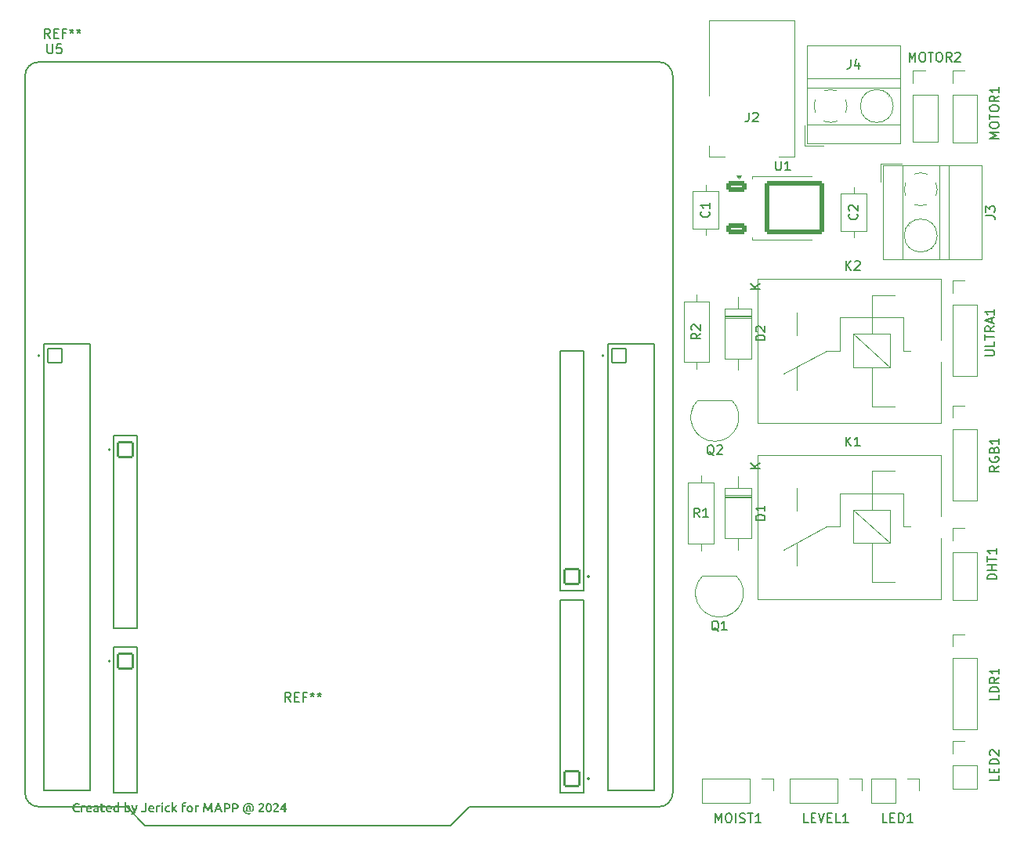
<source format=gto>
G04 #@! TF.GenerationSoftware,KiCad,Pcbnew,8.0.8-8.0.8-0~ubuntu24.04.1*
G04 #@! TF.CreationDate,2025-02-03T16:40:28+08:00*
G04 #@! TF.ProjectId,Untitled,556e7469-746c-4656-942e-6b696361645f,rev?*
G04 #@! TF.SameCoordinates,Original*
G04 #@! TF.FileFunction,Legend,Top*
G04 #@! TF.FilePolarity,Positive*
%FSLAX46Y46*%
G04 Gerber Fmt 4.6, Leading zero omitted, Abs format (unit mm)*
G04 Created by KiCad (PCBNEW 8.0.8-8.0.8-0~ubuntu24.04.1) date 2025-02-03 16:40:28*
%MOMM*%
%LPD*%
G01*
G04 APERTURE LIST*
G04 Aperture macros list*
%AMRoundRect*
0 Rectangle with rounded corners*
0 $1 Rounding radius*
0 $2 $3 $4 $5 $6 $7 $8 $9 X,Y pos of 4 corners*
0 Add a 4 corners polygon primitive as box body*
4,1,4,$2,$3,$4,$5,$6,$7,$8,$9,$2,$3,0*
0 Add four circle primitives for the rounded corners*
1,1,$1+$1,$2,$3*
1,1,$1+$1,$4,$5*
1,1,$1+$1,$6,$7*
1,1,$1+$1,$8,$9*
0 Add four rect primitives between the rounded corners*
20,1,$1+$1,$2,$3,$4,$5,0*
20,1,$1+$1,$4,$5,$6,$7,0*
20,1,$1+$1,$6,$7,$8,$9,0*
20,1,$1+$1,$8,$9,$2,$3,0*%
G04 Aperture macros list end*
%ADD10C,0.200000*%
%ADD11C,0.150000*%
%ADD12C,0.120000*%
%ADD13C,0.127000*%
%ADD14C,4.300000*%
%ADD15R,1.800000X1.800000*%
%ADD16O,1.800000X1.800000*%
%ADD17O,1.700000X1.700000*%
%ADD18R,1.700000X1.700000*%
%ADD19R,1.050000X1.500000*%
%ADD20O,1.050000X1.500000*%
%ADD21C,1.600000*%
%ADD22O,1.600000X1.600000*%
%ADD23C,3.000000*%
%ADD24RoundRect,0.102000X-0.802500X-0.802500X0.802500X-0.802500X0.802500X0.802500X-0.802500X0.802500X0*%
%ADD25C,1.809000*%
%ADD26RoundRect,0.102000X-0.765000X-0.765000X0.765000X-0.765000X0.765000X0.765000X-0.765000X0.765000X0*%
%ADD27C,1.734000*%
%ADD28R,2.800000X2.800000*%
%ADD29C,2.800000*%
%ADD30C,2.500000*%
%ADD31RoundRect,0.250000X-0.850000X-0.350000X0.850000X-0.350000X0.850000X0.350000X-0.850000X0.350000X0*%
%ADD32RoundRect,0.249997X-2.950003X-2.650003X2.950003X-2.650003X2.950003X2.650003X-2.950003X2.650003X0*%
%ADD33R,4.500000X2.000000*%
%ADD34O,4.000000X2.000000*%
%ADD35O,2.000000X4.000000*%
G04 APERTURE END LIST*
D10*
G36*
X58548813Y-125350027D02*
G01*
X58494262Y-125347958D01*
X58442716Y-125341750D01*
X58394176Y-125331403D01*
X58341344Y-125314101D01*
X58292602Y-125291165D01*
X58248326Y-125262818D01*
X58208887Y-125229282D01*
X58174288Y-125190556D01*
X58144526Y-125146642D01*
X58129692Y-125119218D01*
X58107899Y-125067323D01*
X58093479Y-125019157D01*
X58082992Y-124967591D01*
X58076437Y-124912625D01*
X58073815Y-124854259D01*
X58073761Y-124844200D01*
X58075526Y-124792664D01*
X58080820Y-124743629D01*
X58091193Y-124690651D01*
X58106175Y-124640940D01*
X58110642Y-124629023D01*
X58131021Y-124583609D01*
X58158290Y-124536934D01*
X58190157Y-124494934D01*
X58213956Y-124469532D01*
X58253045Y-124435479D01*
X58295572Y-124406411D01*
X58341539Y-124382328D01*
X58368562Y-124371102D01*
X58419279Y-124354927D01*
X58472237Y-124344046D01*
X58521193Y-124338817D01*
X58559071Y-124337641D01*
X58611921Y-124339315D01*
X58664110Y-124344959D01*
X58699511Y-124351807D01*
X58747924Y-124364596D01*
X58795523Y-124381760D01*
X58797941Y-124382826D01*
X58842912Y-124404395D01*
X58852163Y-124409937D01*
X58796231Y-124565275D01*
X58749886Y-124543538D01*
X58702622Y-124526921D01*
X58695359Y-124524731D01*
X58644987Y-124513345D01*
X58593267Y-124507987D01*
X58560781Y-124507145D01*
X58507992Y-124511388D01*
X58458436Y-124524115D01*
X58416189Y-124543049D01*
X58374305Y-124572235D01*
X58338654Y-124610426D01*
X58311653Y-124652958D01*
X58291045Y-124703066D01*
X58279024Y-124755016D01*
X58273529Y-124806642D01*
X58272575Y-124841514D01*
X58274970Y-124894906D01*
X58282157Y-124944897D01*
X58295762Y-124996455D01*
X58302861Y-125015903D01*
X58325153Y-125060535D01*
X58357442Y-125102357D01*
X58397871Y-125136559D01*
X58442092Y-125159743D01*
X58493851Y-125174340D01*
X58546878Y-125180136D01*
X58565910Y-125180523D01*
X58616653Y-125179055D01*
X58666055Y-125173979D01*
X58715640Y-125163102D01*
X58719295Y-125161960D01*
X58765670Y-125145999D01*
X58812107Y-125126301D01*
X58864619Y-125280662D01*
X58817715Y-125303131D01*
X58767053Y-125320487D01*
X58742498Y-125327557D01*
X58694196Y-125338419D01*
X58641064Y-125345726D01*
X58589780Y-125349237D01*
X58548813Y-125350027D01*
G37*
G36*
X58996755Y-125330000D02*
G01*
X58996755Y-124634152D01*
X59045795Y-124618190D01*
X59094453Y-124604955D01*
X59121074Y-124598492D01*
X59173729Y-124588758D01*
X59225555Y-124583415D01*
X59275419Y-124581462D01*
X59286915Y-124581395D01*
X59336960Y-124584203D01*
X59342847Y-124584815D01*
X59391797Y-124591499D01*
X59405129Y-124593852D01*
X59452928Y-124606503D01*
X59455443Y-124607529D01*
X59423935Y-124759204D01*
X59376097Y-124748004D01*
X59362630Y-124745282D01*
X59312694Y-124738775D01*
X59279344Y-124737711D01*
X59229255Y-124741264D01*
X59221946Y-124742351D01*
X59179448Y-124751388D01*
X59179448Y-125330000D01*
X58996755Y-125330000D01*
G37*
G36*
X59917489Y-124580098D02*
G01*
X59968417Y-124589275D01*
X60014862Y-124605059D01*
X60043335Y-124619253D01*
X60085887Y-124649235D01*
X60121951Y-124687278D01*
X60148861Y-124728411D01*
X60156664Y-124743572D01*
X60176145Y-124793392D01*
X60188109Y-124843126D01*
X60195035Y-124897989D01*
X60196964Y-124950202D01*
X60195498Y-124986106D01*
X60193056Y-125021032D01*
X59711653Y-125021032D01*
X59722041Y-125071455D01*
X59746341Y-125117376D01*
X59773447Y-125145596D01*
X59816620Y-125171322D01*
X59864934Y-125185442D01*
X59915799Y-125190605D01*
X59928053Y-125190781D01*
X59979724Y-125188631D01*
X60028310Y-125182179D01*
X60041625Y-125179546D01*
X60089192Y-125167639D01*
X60125889Y-125154389D01*
X60151290Y-125303377D01*
X60105051Y-125320533D01*
X60056181Y-125332731D01*
X60051884Y-125333663D01*
X60003411Y-125342146D01*
X59953033Y-125347107D01*
X59905582Y-125348562D01*
X59850254Y-125346166D01*
X59799461Y-125338978D01*
X59746964Y-125324896D01*
X59700390Y-125304555D01*
X59689672Y-125298492D01*
X59645712Y-125267449D01*
X59608631Y-125230649D01*
X59578427Y-125188091D01*
X59564619Y-125161960D01*
X59544902Y-125111606D01*
X59532793Y-125063960D01*
X59525782Y-125013596D01*
X59523831Y-124967299D01*
X59526215Y-124912722D01*
X59529073Y-124892561D01*
X59712386Y-124892561D01*
X60019155Y-124892561D01*
X60012249Y-124842647D01*
X60001570Y-124811472D01*
X59973575Y-124769272D01*
X59953454Y-124752121D01*
X59906323Y-124732601D01*
X59870900Y-124729406D01*
X59821695Y-124736024D01*
X59786636Y-124752854D01*
X59751240Y-124787296D01*
X59735589Y-124813182D01*
X59718168Y-124861477D01*
X59712386Y-124892561D01*
X59529073Y-124892561D01*
X59533368Y-124862259D01*
X59547381Y-124809625D01*
X59567623Y-124762364D01*
X59573656Y-124751388D01*
X59603963Y-124706036D01*
X59638829Y-124667522D01*
X59678255Y-124635848D01*
X59702128Y-124621207D01*
X59747180Y-124600073D01*
X59798824Y-124584703D01*
X59852138Y-124577872D01*
X59868457Y-124577487D01*
X59917489Y-124580098D01*
G37*
G36*
X60670341Y-124579217D02*
G01*
X60720312Y-124585430D01*
X60769011Y-124597821D01*
X60805617Y-124613635D01*
X60847037Y-124641898D01*
X60881756Y-124680893D01*
X60900628Y-124715729D01*
X60916619Y-124763918D01*
X60925396Y-124812385D01*
X60928688Y-124865289D01*
X60928715Y-124870823D01*
X60928715Y-125309972D01*
X60878218Y-125320169D01*
X60827923Y-125329019D01*
X60808792Y-125332198D01*
X60756752Y-125339153D01*
X60704981Y-125343210D01*
X60655037Y-125345065D01*
X60621946Y-125345387D01*
X60572558Y-125343571D01*
X60521716Y-125337293D01*
X60470692Y-125325208D01*
X60461967Y-125322428D01*
X60414638Y-125301053D01*
X60373131Y-125268517D01*
X60354989Y-125246957D01*
X60331771Y-125202627D01*
X60319901Y-125153301D01*
X60316887Y-125106762D01*
X60317276Y-125102121D01*
X60498848Y-125102121D01*
X60509257Y-125152348D01*
X60535729Y-125180523D01*
X60582497Y-125197484D01*
X60632399Y-125202239D01*
X60636357Y-125202260D01*
X60686869Y-125201161D01*
X60702547Y-125200307D01*
X60751399Y-125195145D01*
X60752616Y-125194933D01*
X60752616Y-125015415D01*
X60712316Y-125007599D01*
X60663136Y-125003752D01*
X60655896Y-125003691D01*
X60607124Y-125006744D01*
X60579692Y-125011507D01*
X60533485Y-125030420D01*
X60521318Y-125040083D01*
X60499923Y-125085127D01*
X60498848Y-125102121D01*
X60317276Y-125102121D01*
X60321061Y-125057026D01*
X60335295Y-125010140D01*
X60359630Y-124971451D01*
X60395785Y-124937734D01*
X60439772Y-124912054D01*
X60473447Y-124899399D01*
X60523413Y-124886884D01*
X60575918Y-124879564D01*
X60625854Y-124877418D01*
X60676224Y-124879311D01*
X60700593Y-124881814D01*
X60749171Y-124890785D01*
X60752616Y-124891828D01*
X60752616Y-124866671D01*
X60746267Y-124816873D01*
X60739183Y-124797062D01*
X60708179Y-124758273D01*
X60693021Y-124748457D01*
X60645029Y-124733366D01*
X60601674Y-124730383D01*
X60551873Y-124732020D01*
X60502768Y-124737404D01*
X60493475Y-124738932D01*
X60443466Y-124749785D01*
X60411409Y-124759937D01*
X60387962Y-124611437D01*
X60435188Y-124598797D01*
X60485170Y-124588967D01*
X60534332Y-124581971D01*
X60585829Y-124578205D01*
X60621458Y-124577487D01*
X60670341Y-124579217D01*
G37*
G36*
X61398883Y-125346364D02*
G01*
X61347729Y-125343998D01*
X61297225Y-125335679D01*
X61249855Y-125319412D01*
X61229623Y-125308506D01*
X61188979Y-125275499D01*
X61158640Y-125233630D01*
X61144138Y-125200795D01*
X61130371Y-125149879D01*
X61122815Y-125098283D01*
X61120052Y-125047523D01*
X61119958Y-125035687D01*
X61119958Y-124406273D01*
X61302651Y-124376720D01*
X61302651Y-124596294D01*
X61561793Y-124596294D01*
X61561793Y-124748702D01*
X61302651Y-124748702D01*
X61302651Y-125035687D01*
X61305960Y-125085946D01*
X61314375Y-125122393D01*
X61340616Y-125164388D01*
X61353210Y-125173928D01*
X61401897Y-125189448D01*
X61426238Y-125190781D01*
X61475626Y-125187415D01*
X61500488Y-125182965D01*
X61549306Y-125169364D01*
X61563503Y-125164159D01*
X61591102Y-125307285D01*
X61543914Y-125324649D01*
X61510746Y-125334152D01*
X61459455Y-125343311D01*
X61406962Y-125346316D01*
X61398883Y-125346364D01*
G37*
G36*
X62064872Y-124580098D02*
G01*
X62115800Y-124589275D01*
X62162245Y-124605059D01*
X62190718Y-124619253D01*
X62233270Y-124649235D01*
X62269334Y-124687278D01*
X62296245Y-124728411D01*
X62304047Y-124743572D01*
X62323528Y-124793392D01*
X62335492Y-124843126D01*
X62342419Y-124897989D01*
X62344347Y-124950202D01*
X62342882Y-124986106D01*
X62340439Y-125021032D01*
X61859036Y-125021032D01*
X61869424Y-125071455D01*
X61893724Y-125117376D01*
X61920830Y-125145596D01*
X61964003Y-125171322D01*
X62012317Y-125185442D01*
X62063182Y-125190605D01*
X62075436Y-125190781D01*
X62127107Y-125188631D01*
X62175694Y-125182179D01*
X62189009Y-125179546D01*
X62236575Y-125167639D01*
X62273272Y-125154389D01*
X62298674Y-125303377D01*
X62252434Y-125320533D01*
X62203564Y-125332731D01*
X62199267Y-125333663D01*
X62150794Y-125342146D01*
X62100416Y-125347107D01*
X62052965Y-125348562D01*
X61997637Y-125346166D01*
X61946844Y-125338978D01*
X61894347Y-125324896D01*
X61847773Y-125304555D01*
X61837055Y-125298492D01*
X61793095Y-125267449D01*
X61756014Y-125230649D01*
X61725810Y-125188091D01*
X61712002Y-125161960D01*
X61692285Y-125111606D01*
X61680176Y-125063960D01*
X61673166Y-125013596D01*
X61671214Y-124967299D01*
X61673598Y-124912722D01*
X61676456Y-124892561D01*
X61859769Y-124892561D01*
X62166538Y-124892561D01*
X62159632Y-124842647D01*
X62148953Y-124811472D01*
X62120958Y-124769272D01*
X62100837Y-124752121D01*
X62053706Y-124732601D01*
X62018283Y-124729406D01*
X61969078Y-124736024D01*
X61934019Y-124752854D01*
X61898623Y-124787296D01*
X61882972Y-124813182D01*
X61865551Y-124861477D01*
X61859769Y-124892561D01*
X61676456Y-124892561D01*
X61680751Y-124862259D01*
X61694764Y-124809625D01*
X61715006Y-124762364D01*
X61721039Y-124751388D01*
X61751346Y-124706036D01*
X61786212Y-124667522D01*
X61825638Y-124635848D01*
X61849511Y-124621207D01*
X61894563Y-124600073D01*
X61946207Y-124584703D01*
X61999521Y-124577872D01*
X62015840Y-124577487D01*
X62064872Y-124580098D01*
G37*
G36*
X63147173Y-125306552D02*
G01*
X63098916Y-125319394D01*
X63064375Y-125326824D01*
X63014427Y-125335373D01*
X62965161Y-125341612D01*
X62961793Y-125341967D01*
X62911472Y-125346175D01*
X62861257Y-125347806D01*
X62854570Y-125347829D01*
X62804560Y-125345632D01*
X62751326Y-125337740D01*
X62702276Y-125324108D01*
X62657407Y-125304737D01*
X62652093Y-125301912D01*
X62607767Y-125272816D01*
X62569584Y-125237460D01*
X62537545Y-125195845D01*
X62522400Y-125170020D01*
X62502632Y-125125171D01*
X62488511Y-125076353D01*
X62480039Y-125023566D01*
X62477259Y-124974122D01*
X62477215Y-124966810D01*
X62477504Y-124958995D01*
X62664061Y-124958995D01*
X62667221Y-125009656D01*
X62677776Y-125058570D01*
X62686531Y-125082337D01*
X62712281Y-125125904D01*
X62749566Y-125160899D01*
X62752233Y-125162693D01*
X62799616Y-125183942D01*
X62848289Y-125190915D01*
X62855792Y-125191025D01*
X62905571Y-125189239D01*
X62920027Y-125187850D01*
X62964724Y-125181256D01*
X62964724Y-124773859D01*
X62918910Y-124751802D01*
X62908060Y-124748213D01*
X62859573Y-124738090D01*
X62832833Y-124736734D01*
X62782534Y-124742553D01*
X62757117Y-124751632D01*
X62717251Y-124780242D01*
X62704605Y-124795352D01*
X62681034Y-124840648D01*
X62673831Y-124865205D01*
X62665931Y-124915197D01*
X62664061Y-124958995D01*
X62477504Y-124958995D01*
X62479073Y-124916516D01*
X62485748Y-124862787D01*
X62497277Y-124813056D01*
X62516050Y-124761891D01*
X62540756Y-124716366D01*
X62570910Y-124677063D01*
X62610805Y-124640689D01*
X62628646Y-124628290D01*
X62672375Y-124605385D01*
X62720858Y-124589976D01*
X62774093Y-124582064D01*
X62805722Y-124580907D01*
X62855109Y-124584078D01*
X62893649Y-124592142D01*
X62941669Y-124608776D01*
X62964724Y-124619253D01*
X62964724Y-124273405D01*
X63147173Y-124243607D01*
X63147173Y-125306552D01*
G37*
G36*
X63865980Y-124619253D02*
G01*
X63912513Y-124600304D01*
X63939741Y-124592142D01*
X63988531Y-124583057D01*
X64030111Y-124580907D01*
X64080547Y-124583899D01*
X64132325Y-124594417D01*
X64178847Y-124612509D01*
X64206943Y-124628778D01*
X64248459Y-124662419D01*
X64283250Y-124703501D01*
X64308810Y-124746838D01*
X64316120Y-124762623D01*
X64334302Y-124813145D01*
X64345468Y-124861914D01*
X64351933Y-124914315D01*
X64353733Y-124963147D01*
X64351559Y-125013144D01*
X64343751Y-125066591D01*
X64330264Y-125116100D01*
X64311099Y-125161670D01*
X64308304Y-125167090D01*
X64279678Y-125212515D01*
X64244908Y-125251797D01*
X64203995Y-125284935D01*
X64178611Y-125300690D01*
X64128508Y-125323477D01*
X64079430Y-125337472D01*
X64026078Y-125345574D01*
X63975889Y-125347829D01*
X63925811Y-125346541D01*
X63875411Y-125342677D01*
X63868667Y-125341967D01*
X63819351Y-125335842D01*
X63769586Y-125327416D01*
X63766573Y-125326824D01*
X63716659Y-125315602D01*
X63683286Y-125306552D01*
X63683286Y-124773859D01*
X63865980Y-124773859D01*
X63865980Y-125181256D01*
X63910432Y-125187850D01*
X63961321Y-125190914D01*
X63974668Y-125191025D01*
X64025044Y-125185602D01*
X64070822Y-125167756D01*
X64078960Y-125162693D01*
X64116451Y-125128438D01*
X64142504Y-125085566D01*
X64143928Y-125082337D01*
X64159289Y-125033003D01*
X64165850Y-124980746D01*
X64166399Y-124958995D01*
X64163956Y-124909291D01*
X64156629Y-124865205D01*
X64140028Y-124818570D01*
X64125854Y-124795352D01*
X64090234Y-124761114D01*
X64073342Y-124751632D01*
X64024017Y-124738189D01*
X63997627Y-124736734D01*
X63947703Y-124741677D01*
X63922644Y-124748213D01*
X63877307Y-124766852D01*
X63865980Y-124773859D01*
X63683286Y-124773859D01*
X63683286Y-124273405D01*
X63865980Y-124243607D01*
X63865980Y-124619253D01*
G37*
G36*
X64554012Y-125590118D02*
G01*
X64504871Y-125587259D01*
X64469748Y-125581081D01*
X64422602Y-125567937D01*
X64408688Y-125562519D01*
X64441172Y-125416217D01*
X64488180Y-125429629D01*
X64492951Y-125430628D01*
X64542754Y-125435737D01*
X64546196Y-125435757D01*
X64596603Y-125429176D01*
X64615317Y-125421835D01*
X64654285Y-125391370D01*
X64663433Y-125379581D01*
X64688462Y-125336394D01*
X64700314Y-125309239D01*
X64675004Y-125259413D01*
X64653008Y-125214413D01*
X64631153Y-125168105D01*
X64609438Y-125120487D01*
X64600174Y-125099678D01*
X64578848Y-125050144D01*
X64557825Y-124999207D01*
X64537107Y-124946867D01*
X64519590Y-124900889D01*
X64505163Y-124861786D01*
X64488259Y-124813904D01*
X64471801Y-124765146D01*
X64455790Y-124715512D01*
X64440225Y-124665003D01*
X64425107Y-124613617D01*
X64420167Y-124596294D01*
X64613852Y-124596294D01*
X64626329Y-124644461D01*
X64639564Y-124691642D01*
X64648046Y-124720369D01*
X64663479Y-124770722D01*
X64678350Y-124817481D01*
X64691032Y-124856168D01*
X64707047Y-124903458D01*
X64723524Y-124950286D01*
X64738904Y-124992456D01*
X64757554Y-125041411D01*
X64776136Y-125087894D01*
X64788485Y-125117508D01*
X64806155Y-125067763D01*
X64821731Y-125021197D01*
X64836998Y-124972932D01*
X64843684Y-124950935D01*
X64858623Y-124900771D01*
X64873214Y-124850299D01*
X64887457Y-124799517D01*
X64895219Y-124771172D01*
X64908866Y-124720506D01*
X64921778Y-124671000D01*
X64933956Y-124622653D01*
X64940404Y-124596294D01*
X65128227Y-124596294D01*
X65113452Y-124648366D01*
X65098437Y-124699803D01*
X65083181Y-124750605D01*
X65067685Y-124800771D01*
X65051949Y-124850302D01*
X65046650Y-124866671D01*
X65030650Y-124915237D01*
X65014341Y-124963116D01*
X64997723Y-125010309D01*
X64980796Y-125056814D01*
X64963560Y-125102632D01*
X64957745Y-125117752D01*
X64937151Y-125170271D01*
X64915971Y-125222251D01*
X64894208Y-125273694D01*
X64871860Y-125324599D01*
X64858827Y-125353447D01*
X64837221Y-125397743D01*
X64812806Y-125441297D01*
X64785454Y-125482318D01*
X64780425Y-125489002D01*
X64745505Y-125527150D01*
X64703029Y-125557684D01*
X64686636Y-125565938D01*
X64639061Y-125581594D01*
X64587490Y-125588961D01*
X64554012Y-125590118D01*
G37*
G36*
X65763014Y-125350027D02*
G01*
X65711125Y-125348057D01*
X65658727Y-125341245D01*
X65607481Y-125328131D01*
X65598883Y-125325115D01*
X65551874Y-125305915D01*
X65506927Y-125282213D01*
X65490928Y-125271625D01*
X65557850Y-125122882D01*
X65602904Y-125148178D01*
X65642114Y-125166357D01*
X65692123Y-125181195D01*
X65744219Y-125186121D01*
X65747871Y-125186140D01*
X65796848Y-125181919D01*
X65843468Y-125165707D01*
X65872191Y-125142909D01*
X65897335Y-125098070D01*
X65907953Y-125050356D01*
X65911025Y-124997585D01*
X65911025Y-124359867D01*
X66102023Y-124359867D01*
X66102023Y-125008332D01*
X66099705Y-125060266D01*
X66092750Y-125109457D01*
X66079583Y-125160896D01*
X66072714Y-125180523D01*
X66050055Y-125225860D01*
X66018714Y-125265092D01*
X65978690Y-125298217D01*
X65969644Y-125304110D01*
X65923477Y-125326306D01*
X65874591Y-125339938D01*
X65825754Y-125347158D01*
X65771261Y-125349983D01*
X65763014Y-125350027D01*
G37*
G36*
X66665430Y-124580098D02*
G01*
X66716358Y-124589275D01*
X66762803Y-124605059D01*
X66791277Y-124619253D01*
X66833828Y-124649235D01*
X66869892Y-124687278D01*
X66896803Y-124728411D01*
X66904605Y-124743572D01*
X66924086Y-124793392D01*
X66936050Y-124843126D01*
X66942977Y-124897989D01*
X66944905Y-124950202D01*
X66943440Y-124986106D01*
X66940997Y-125021032D01*
X66459595Y-125021032D01*
X66469982Y-125071455D01*
X66494282Y-125117376D01*
X66521388Y-125145596D01*
X66564561Y-125171322D01*
X66612876Y-125185442D01*
X66663741Y-125190605D01*
X66675994Y-125190781D01*
X66727666Y-125188631D01*
X66776252Y-125182179D01*
X66789567Y-125179546D01*
X66837133Y-125167639D01*
X66873831Y-125154389D01*
X66899232Y-125303377D01*
X66852993Y-125320533D01*
X66804122Y-125332731D01*
X66799825Y-125333663D01*
X66751352Y-125342146D01*
X66700974Y-125347107D01*
X66653524Y-125348562D01*
X66598195Y-125346166D01*
X66547402Y-125338978D01*
X66494905Y-125324896D01*
X66448331Y-125304555D01*
X66437613Y-125298492D01*
X66393653Y-125267449D01*
X66356572Y-125230649D01*
X66326368Y-125188091D01*
X66312561Y-125161960D01*
X66292843Y-125111606D01*
X66280734Y-125063960D01*
X66273724Y-125013596D01*
X66271772Y-124967299D01*
X66274156Y-124912722D01*
X66277014Y-124892561D01*
X66460327Y-124892561D01*
X66767096Y-124892561D01*
X66760190Y-124842647D01*
X66749511Y-124811472D01*
X66721516Y-124769272D01*
X66701395Y-124752121D01*
X66654264Y-124732601D01*
X66618841Y-124729406D01*
X66569636Y-124736024D01*
X66534577Y-124752854D01*
X66499181Y-124787296D01*
X66483531Y-124813182D01*
X66466109Y-124861477D01*
X66460327Y-124892561D01*
X66277014Y-124892561D01*
X66281309Y-124862259D01*
X66295322Y-124809625D01*
X66315564Y-124762364D01*
X66321598Y-124751388D01*
X66351904Y-124706036D01*
X66386770Y-124667522D01*
X66426196Y-124635848D01*
X66450069Y-124621207D01*
X66495121Y-124600073D01*
X66546765Y-124584703D01*
X66600079Y-124577872D01*
X66616399Y-124577487D01*
X66665430Y-124580098D01*
G37*
G36*
X67114410Y-125330000D02*
G01*
X67114410Y-124634152D01*
X67163450Y-124618190D01*
X67212108Y-124604955D01*
X67238729Y-124598492D01*
X67291385Y-124588758D01*
X67343210Y-124583415D01*
X67393075Y-124581462D01*
X67404570Y-124581395D01*
X67454615Y-124584203D01*
X67460502Y-124584815D01*
X67509452Y-124591499D01*
X67522784Y-124593852D01*
X67570583Y-124606503D01*
X67573098Y-124607529D01*
X67541591Y-124759204D01*
X67493752Y-124748004D01*
X67480286Y-124745282D01*
X67430349Y-124738775D01*
X67396999Y-124737711D01*
X67346910Y-124741264D01*
X67339602Y-124742351D01*
X67297103Y-124751388D01*
X67297103Y-125330000D01*
X67114410Y-125330000D01*
G37*
G36*
X67689846Y-125330000D02*
G01*
X67689846Y-124596294D01*
X67872540Y-124596294D01*
X67872540Y-125330000D01*
X67689846Y-125330000D01*
G37*
G36*
X67781681Y-124479790D02*
G01*
X67731953Y-124469285D01*
X67702791Y-124449993D01*
X67675056Y-124406654D01*
X67669574Y-124368171D01*
X67678949Y-124319550D01*
X67702791Y-124286838D01*
X67746745Y-124261755D01*
X67781681Y-124256796D01*
X67831323Y-124267387D01*
X67860327Y-124286838D01*
X67888266Y-124329886D01*
X67893789Y-124368171D01*
X67884345Y-124417052D01*
X67860327Y-124449993D01*
X67816577Y-124474872D01*
X67781681Y-124479790D01*
G37*
G36*
X68416468Y-125348562D02*
G01*
X68362067Y-125346143D01*
X68312130Y-125338885D01*
X68260526Y-125324665D01*
X68214753Y-125304126D01*
X68204221Y-125298004D01*
X68161048Y-125266686D01*
X68124675Y-125229611D01*
X68095102Y-125186778D01*
X68081612Y-125160495D01*
X68062485Y-125109769D01*
X68050738Y-125061631D01*
X68043938Y-125010622D01*
X68042044Y-124963635D01*
X68044807Y-124910833D01*
X68053096Y-124860626D01*
X68066911Y-124813014D01*
X68086252Y-124767997D01*
X68114152Y-124721554D01*
X68148119Y-124680868D01*
X68188152Y-124645939D01*
X68213014Y-124629023D01*
X68256459Y-124606476D01*
X68303995Y-124590371D01*
X68355621Y-124580708D01*
X68411339Y-124577487D01*
X68460734Y-124579498D01*
X68509921Y-124586113D01*
X68519295Y-124587990D01*
X68567166Y-124600324D01*
X68611130Y-124616810D01*
X68571807Y-124763600D01*
X68524912Y-124748167D01*
X68507815Y-124743817D01*
X68459482Y-124736470D01*
X68425994Y-124735268D01*
X68374510Y-124740175D01*
X68326416Y-124757139D01*
X68284586Y-124789793D01*
X68278227Y-124797306D01*
X68252209Y-124840206D01*
X68235828Y-124891358D01*
X68229324Y-124944452D01*
X68228890Y-124963635D01*
X68231672Y-125013678D01*
X68240965Y-125061768D01*
X68248674Y-125085024D01*
X68273138Y-125127675D01*
X68311775Y-125161693D01*
X68314619Y-125163426D01*
X68360668Y-125182126D01*
X68409142Y-125189819D01*
X68436496Y-125190781D01*
X68486641Y-125187854D01*
X68521249Y-125182477D01*
X68570784Y-125169692D01*
X68596475Y-125160006D01*
X68623586Y-125310460D01*
X68575952Y-125326947D01*
X68534926Y-125336838D01*
X68485445Y-125344853D01*
X68436233Y-125348276D01*
X68416468Y-125348562D01*
G37*
G36*
X68765491Y-125330000D02*
G01*
X68765491Y-124273405D01*
X68948185Y-124243607D01*
X68948185Y-124875708D01*
X68982558Y-124838793D01*
X69014375Y-124804389D01*
X69048996Y-124766531D01*
X69083496Y-124728674D01*
X69116774Y-124691549D01*
X69147732Y-124656378D01*
X69180393Y-124618582D01*
X69199267Y-124596294D01*
X69416154Y-124596294D01*
X69383400Y-124633073D01*
X69349953Y-124670198D01*
X69318946Y-124704249D01*
X69284460Y-124741695D01*
X69249512Y-124779140D01*
X69217341Y-124813182D01*
X69181454Y-124850401D01*
X69144990Y-124887506D01*
X69111339Y-124921137D01*
X69149300Y-124955525D01*
X69185554Y-124992396D01*
X69199755Y-125007843D01*
X69233667Y-125046621D01*
X69266892Y-125087115D01*
X69288660Y-125115066D01*
X69320304Y-125157427D01*
X69350026Y-125199513D01*
X69368771Y-125227418D01*
X69396644Y-125271095D01*
X69422423Y-125315066D01*
X69430565Y-125330000D01*
X69220516Y-125330000D01*
X69194367Y-125287902D01*
X69164645Y-125243675D01*
X69142847Y-125213007D01*
X69111205Y-125170627D01*
X69078409Y-125129458D01*
X69047592Y-125093084D01*
X69013256Y-125056019D01*
X68975995Y-125021048D01*
X68948185Y-124998562D01*
X68948185Y-125330000D01*
X68765491Y-125330000D01*
G37*
G36*
X69882170Y-125330000D02*
G01*
X69882170Y-124548422D01*
X69884883Y-124497180D01*
X69894908Y-124442845D01*
X69912318Y-124394378D01*
X69937116Y-124351777D01*
X69959351Y-124324940D01*
X69996764Y-124293249D01*
X70041470Y-124269342D01*
X70093468Y-124253218D01*
X70143844Y-124245593D01*
X70189916Y-124243607D01*
X70242012Y-124246076D01*
X70291784Y-124254151D01*
X70294696Y-124254842D01*
X70343735Y-124268600D01*
X70364549Y-124276580D01*
X70328890Y-124423614D01*
X70281395Y-124407656D01*
X70271493Y-124405540D01*
X70221118Y-124399261D01*
X70207013Y-124398946D01*
X70157238Y-124403823D01*
X70111170Y-124424139D01*
X70095394Y-124440223D01*
X70073480Y-124485199D01*
X70065340Y-124534336D01*
X70064863Y-124551353D01*
X70064863Y-124596294D01*
X70329867Y-124596294D01*
X70329867Y-124748702D01*
X70064863Y-124748702D01*
X70064863Y-125330000D01*
X69882170Y-125330000D01*
G37*
G36*
X70819070Y-124580495D02*
G01*
X70872116Y-124591067D01*
X70921415Y-124609251D01*
X70952198Y-124625603D01*
X70994498Y-124655702D01*
X71031272Y-124691866D01*
X71062521Y-124734098D01*
X71077494Y-124760181D01*
X71097370Y-124805137D01*
X71111566Y-124853787D01*
X71120084Y-124906131D01*
X71122879Y-124954963D01*
X71122923Y-124962170D01*
X71120796Y-125011441D01*
X71113156Y-125064373D01*
X71099959Y-125113702D01*
X71081206Y-125159429D01*
X71078471Y-125164891D01*
X71050842Y-125210768D01*
X71017686Y-125250578D01*
X70979005Y-125284321D01*
X70955129Y-125300446D01*
X70908454Y-125323823D01*
X70857181Y-125339550D01*
X70807744Y-125347106D01*
X70768283Y-125348806D01*
X70717312Y-125345784D01*
X70663656Y-125335158D01*
X70613903Y-125316881D01*
X70582903Y-125300446D01*
X70540622Y-125270073D01*
X70503905Y-125233633D01*
X70472753Y-125191127D01*
X70457850Y-125164891D01*
X70438295Y-125119615D01*
X70424328Y-125070736D01*
X70415947Y-125018254D01*
X70413197Y-124969377D01*
X70413154Y-124962170D01*
X70600000Y-124962170D01*
X70602782Y-125012098D01*
X70612074Y-125060219D01*
X70619783Y-125083558D01*
X70644269Y-125128927D01*
X70677669Y-125162937D01*
X70722028Y-125184854D01*
X70768039Y-125191025D01*
X70817437Y-125184003D01*
X70858653Y-125162937D01*
X70893273Y-125126477D01*
X70915806Y-125083314D01*
X70929663Y-125034761D01*
X70935583Y-124983481D01*
X70936078Y-124962170D01*
X70933227Y-124912310D01*
X70922695Y-124860999D01*
X70915806Y-124841270D01*
X70891503Y-124796268D01*
X70858653Y-124762868D01*
X70814589Y-124741332D01*
X70768039Y-124735268D01*
X70719190Y-124742229D01*
X70677669Y-124763112D01*
X70642477Y-124798985D01*
X70619783Y-124841514D01*
X70606259Y-124889492D01*
X70600482Y-124940741D01*
X70600000Y-124962170D01*
X70413154Y-124962170D01*
X70415339Y-124912946D01*
X70423189Y-124860182D01*
X70436749Y-124811142D01*
X70456017Y-124765828D01*
X70458827Y-124760425D01*
X70487301Y-124714922D01*
X70521338Y-124675409D01*
X70560940Y-124641884D01*
X70585345Y-124625847D01*
X70632638Y-124602470D01*
X70683293Y-124586744D01*
X70737310Y-124578668D01*
X70768771Y-124577487D01*
X70819070Y-124580495D01*
G37*
G36*
X71291939Y-125330000D02*
G01*
X71291939Y-124634152D01*
X71340980Y-124618190D01*
X71389638Y-124604955D01*
X71416259Y-124598492D01*
X71468914Y-124588758D01*
X71520739Y-124583415D01*
X71570604Y-124581462D01*
X71582100Y-124581395D01*
X71632145Y-124584203D01*
X71638032Y-124584815D01*
X71686982Y-124591499D01*
X71700314Y-124593852D01*
X71748113Y-124606503D01*
X71750628Y-124607529D01*
X71719120Y-124759204D01*
X71671282Y-124748004D01*
X71657815Y-124745282D01*
X71607879Y-124738775D01*
X71574528Y-124737711D01*
X71524440Y-124741264D01*
X71517131Y-124742351D01*
X71474633Y-124751388D01*
X71474633Y-125330000D01*
X71291939Y-125330000D01*
G37*
G36*
X72183914Y-125330000D02*
G01*
X72186466Y-125277767D01*
X72189204Y-125224506D01*
X72192129Y-125170216D01*
X72195241Y-125114898D01*
X72197103Y-125082826D01*
X72200498Y-125026417D01*
X72204056Y-124970032D01*
X72207777Y-124913671D01*
X72211663Y-124857332D01*
X72213956Y-124825150D01*
X72218182Y-124769209D01*
X72222525Y-124714226D01*
X72226984Y-124660202D01*
X72231561Y-124607136D01*
X72234228Y-124577243D01*
X72239165Y-124526102D01*
X72244360Y-124476972D01*
X72250611Y-124423284D01*
X72257198Y-124372222D01*
X72258897Y-124359867D01*
X72439881Y-124359867D01*
X72464544Y-124405169D01*
X72487050Y-124449168D01*
X72504361Y-124484431D01*
X72526782Y-124531171D01*
X72549775Y-124580105D01*
X72570958Y-124626022D01*
X72578122Y-124641723D01*
X72599615Y-124689179D01*
X72620953Y-124736752D01*
X72642136Y-124784440D01*
X72653838Y-124810983D01*
X72674512Y-124857768D01*
X72694221Y-124902775D01*
X72714986Y-124950698D01*
X72722958Y-124969253D01*
X72743223Y-124922207D01*
X72764632Y-124872968D01*
X72784880Y-124826776D01*
X72791835Y-124810983D01*
X72813031Y-124763231D01*
X72834304Y-124715594D01*
X72855655Y-124668073D01*
X72867550Y-124641723D01*
X72888907Y-124595213D01*
X72909839Y-124550481D01*
X72932599Y-124502863D01*
X72941556Y-124484431D01*
X72965374Y-124436653D01*
X72989382Y-124390457D01*
X73006036Y-124359867D01*
X73178227Y-124359867D01*
X73184898Y-124410273D01*
X73191233Y-124463304D01*
X73197232Y-124518961D01*
X73202206Y-124569814D01*
X73202896Y-124577243D01*
X73207622Y-124629761D01*
X73212185Y-124683238D01*
X73216585Y-124737673D01*
X73220821Y-124793066D01*
X73223168Y-124825150D01*
X73227146Y-124881474D01*
X73230962Y-124937823D01*
X73234613Y-124994194D01*
X73238101Y-125050589D01*
X73240020Y-125082826D01*
X73243335Y-125138732D01*
X73246438Y-125193609D01*
X73249332Y-125247458D01*
X73252015Y-125300278D01*
X73253454Y-125330000D01*
X73066608Y-125330000D01*
X73064807Y-125275991D01*
X73062822Y-125221189D01*
X73060655Y-125165594D01*
X73058608Y-125116296D01*
X73058304Y-125109204D01*
X73056192Y-125059269D01*
X73053916Y-125009053D01*
X73051477Y-124958557D01*
X73048874Y-124907780D01*
X73047313Y-124878639D01*
X73044443Y-124827760D01*
X73041175Y-124777279D01*
X73037510Y-124727195D01*
X73033448Y-124677509D01*
X73030949Y-124649295D01*
X73010860Y-124695029D01*
X72990377Y-124740757D01*
X72987229Y-124747725D01*
X72966265Y-124794577D01*
X72945983Y-124839972D01*
X72933740Y-124867404D01*
X72912594Y-124914779D01*
X72891654Y-124962017D01*
X72877808Y-124993433D01*
X72857807Y-125039228D01*
X72837302Y-125086360D01*
X72826762Y-125110669D01*
X72806322Y-125158204D01*
X72787438Y-125202993D01*
X72649441Y-125202993D01*
X72629306Y-125155269D01*
X72610118Y-125110669D01*
X72590224Y-125064927D01*
X72569040Y-125016605D01*
X72558827Y-124993433D01*
X72538173Y-124946286D01*
X72517245Y-124899002D01*
X72503140Y-124867404D01*
X72482303Y-124820807D01*
X72460660Y-124772652D01*
X72449406Y-124747725D01*
X72428583Y-124701235D01*
X72408219Y-124654631D01*
X72405931Y-124649295D01*
X72401987Y-124698754D01*
X72398278Y-124748611D01*
X72394801Y-124798865D01*
X72391559Y-124849517D01*
X72389811Y-124878639D01*
X72386924Y-124929576D01*
X72384248Y-124980232D01*
X72381782Y-125030608D01*
X72379526Y-125080704D01*
X72378332Y-125109204D01*
X72376348Y-125158588D01*
X72374196Y-125214283D01*
X72372165Y-125269184D01*
X72370257Y-125323292D01*
X72370027Y-125330000D01*
X72183914Y-125330000D01*
G37*
G36*
X73945197Y-124404767D02*
G01*
X73966039Y-124450134D01*
X73986671Y-124495968D01*
X74007092Y-124542271D01*
X74018667Y-124568939D01*
X74038958Y-124616209D01*
X74059225Y-124664415D01*
X74079470Y-124713555D01*
X74099690Y-124763631D01*
X74111235Y-124792665D01*
X74131689Y-124844491D01*
X74149464Y-124890103D01*
X74167461Y-124936814D01*
X74185682Y-124984625D01*
X74204126Y-125033534D01*
X74207222Y-125041793D01*
X74226087Y-125092260D01*
X74245313Y-125144375D01*
X74264899Y-125198139D01*
X74281496Y-125244202D01*
X74298344Y-125291409D01*
X74312002Y-125330000D01*
X74106838Y-125330000D01*
X74090770Y-125281560D01*
X74073766Y-125232840D01*
X74068736Y-125218869D01*
X74051446Y-125170069D01*
X74034623Y-125121550D01*
X74029902Y-125107739D01*
X73630809Y-125107739D01*
X73613739Y-125156178D01*
X73596294Y-125204898D01*
X73591242Y-125218869D01*
X73574231Y-125267669D01*
X73558250Y-125316188D01*
X73553872Y-125330000D01*
X73355303Y-125330000D01*
X73373526Y-125278819D01*
X73391436Y-125228837D01*
X73409033Y-125180053D01*
X73426317Y-125132468D01*
X73443288Y-125086081D01*
X73464061Y-125029782D01*
X73484346Y-124975356D01*
X73492231Y-124954354D01*
X73676727Y-124954354D01*
X73983007Y-124954354D01*
X73965593Y-124906566D01*
X73948523Y-124860290D01*
X73937334Y-124830279D01*
X73919756Y-124783268D01*
X73901457Y-124735797D01*
X73895080Y-124719637D01*
X73876880Y-124673820D01*
X73858199Y-124626824D01*
X73839854Y-124581243D01*
X73828890Y-124555017D01*
X73811133Y-124601761D01*
X73801535Y-124626824D01*
X73783235Y-124673820D01*
X73765143Y-124719637D01*
X73746937Y-124765939D01*
X73729194Y-124811864D01*
X73722156Y-124830279D01*
X73703818Y-124879388D01*
X73686748Y-124926294D01*
X73676727Y-124954354D01*
X73492231Y-124954354D01*
X73492323Y-124954110D01*
X73512102Y-124901959D01*
X73531750Y-124850989D01*
X73551267Y-124801199D01*
X73570653Y-124752590D01*
X73589907Y-124705162D01*
X73609030Y-124658915D01*
X73616643Y-124640746D01*
X73635832Y-124595700D01*
X73659142Y-124542210D01*
X73682761Y-124489339D01*
X73706689Y-124437087D01*
X73730926Y-124385452D01*
X73743161Y-124359867D01*
X73924145Y-124359867D01*
X73945197Y-124404767D01*
G37*
G36*
X74773320Y-124350567D02*
G01*
X74822119Y-124354173D01*
X74878663Y-124362062D01*
X74930258Y-124373708D01*
X74976904Y-124389110D01*
X75026346Y-124412552D01*
X75048394Y-124426301D01*
X75086743Y-124458303D01*
X75117156Y-124496609D01*
X75139636Y-124541216D01*
X75154182Y-124592127D01*
X75160794Y-124649340D01*
X75161235Y-124669811D01*
X75157968Y-124724537D01*
X75148168Y-124773920D01*
X75129333Y-124823089D01*
X75108967Y-124856657D01*
X75075897Y-124893957D01*
X75035216Y-124925075D01*
X74986922Y-124950011D01*
X74956803Y-124961193D01*
X74904169Y-124975512D01*
X74853706Y-124984684D01*
X74799129Y-124990725D01*
X74749075Y-124993410D01*
X74714026Y-124993921D01*
X74631472Y-124993921D01*
X74631472Y-125330000D01*
X74440230Y-125330000D01*
X74440230Y-124517892D01*
X74631472Y-124517892D01*
X74631472Y-124831011D01*
X74711584Y-124831011D01*
X74764695Y-124829309D01*
X74815855Y-124823567D01*
X74849581Y-124816601D01*
X74896586Y-124798530D01*
X74935066Y-124767020D01*
X74957554Y-124721723D01*
X74963858Y-124672516D01*
X74963886Y-124668590D01*
X74958136Y-124619897D01*
X74935693Y-124575225D01*
X74933845Y-124573091D01*
X74893290Y-124541586D01*
X74852023Y-124525952D01*
X74803724Y-124516769D01*
X74753517Y-124512847D01*
X74732833Y-124512519D01*
X74683064Y-124514015D01*
X74676413Y-124514473D01*
X74631472Y-124517892D01*
X74440230Y-124517892D01*
X74440230Y-124374766D01*
X74491864Y-124365492D01*
X74541730Y-124359043D01*
X74584333Y-124355226D01*
X74635346Y-124351889D01*
X74686322Y-124349828D01*
X74721353Y-124349364D01*
X74773320Y-124350567D01*
G37*
G36*
X75659433Y-124350567D02*
G01*
X75708232Y-124354173D01*
X75764776Y-124362062D01*
X75816371Y-124373708D01*
X75863017Y-124389110D01*
X75912459Y-124412552D01*
X75934508Y-124426301D01*
X75972856Y-124458303D01*
X76003270Y-124496609D01*
X76025749Y-124541216D01*
X76040295Y-124592127D01*
X76046907Y-124649340D01*
X76047348Y-124669811D01*
X76044081Y-124724537D01*
X76034281Y-124773920D01*
X76015446Y-124823089D01*
X75995080Y-124856657D01*
X75962010Y-124893957D01*
X75921329Y-124925075D01*
X75873035Y-124950011D01*
X75842916Y-124961193D01*
X75790282Y-124975512D01*
X75739819Y-124984684D01*
X75685242Y-124990725D01*
X75635188Y-124993410D01*
X75600139Y-124993921D01*
X75517585Y-124993921D01*
X75517585Y-125330000D01*
X75326343Y-125330000D01*
X75326343Y-124517892D01*
X75517585Y-124517892D01*
X75517585Y-124831011D01*
X75597697Y-124831011D01*
X75650808Y-124829309D01*
X75701968Y-124823567D01*
X75735694Y-124816601D01*
X75782699Y-124798530D01*
X75821179Y-124767020D01*
X75843667Y-124721723D01*
X75849971Y-124672516D01*
X75850000Y-124668590D01*
X75844249Y-124619897D01*
X75821806Y-124575225D01*
X75819958Y-124573091D01*
X75779403Y-124541586D01*
X75738136Y-124525952D01*
X75689837Y-124516769D01*
X75639630Y-124512847D01*
X75618946Y-124512519D01*
X75569177Y-124514015D01*
X75562526Y-124514473D01*
X75517585Y-124517892D01*
X75326343Y-124517892D01*
X75326343Y-124374766D01*
X75377977Y-124365492D01*
X75427843Y-124359043D01*
X75470446Y-124355226D01*
X75521459Y-124351889D01*
X75572435Y-124349828D01*
X75607466Y-124349364D01*
X75659433Y-124350567D01*
G37*
G36*
X77168463Y-124330334D02*
G01*
X77220577Y-124335523D01*
X77271031Y-124344171D01*
X77319826Y-124356280D01*
X77346964Y-124364752D01*
X77392683Y-124382049D01*
X77441757Y-124405710D01*
X77487442Y-124433523D01*
X77529738Y-124465489D01*
X77534787Y-124469776D01*
X77572736Y-124506321D01*
X77606228Y-124546835D01*
X77635262Y-124591318D01*
X77659839Y-124639769D01*
X77679501Y-124692007D01*
X77692096Y-124740670D01*
X77700391Y-124792091D01*
X77704385Y-124846270D01*
X77704780Y-124870334D01*
X77702980Y-124926489D01*
X77697580Y-124978693D01*
X77688581Y-125026947D01*
X77673888Y-125077258D01*
X77667166Y-125094794D01*
X77643789Y-125142836D01*
X77615698Y-125183923D01*
X77578956Y-125221418D01*
X77562630Y-125234012D01*
X77518562Y-125258999D01*
X77470009Y-125274732D01*
X77416972Y-125281210D01*
X77405826Y-125281395D01*
X77355566Y-125277102D01*
X77326692Y-125270404D01*
X77281449Y-125249404D01*
X77265387Y-125235966D01*
X77222285Y-125259428D01*
X77196266Y-125268695D01*
X77146008Y-125278687D01*
X77107850Y-125280662D01*
X77058464Y-125277706D01*
X77007307Y-125267488D01*
X76960061Y-125249972D01*
X76946650Y-125243293D01*
X76905692Y-125216159D01*
X76870744Y-125181775D01*
X76841807Y-125140139D01*
X76836741Y-125130942D01*
X76815875Y-125080748D01*
X76803703Y-125029618D01*
X76798139Y-124979434D01*
X76797173Y-124945806D01*
X76797203Y-124945317D01*
X76965212Y-124945317D01*
X76968298Y-124994658D01*
X76979380Y-125044178D01*
X76981332Y-125049853D01*
X77005770Y-125094152D01*
X77033112Y-125119951D01*
X77080184Y-125140292D01*
X77126413Y-125145108D01*
X77175890Y-125141497D01*
X77180390Y-125140711D01*
X77220202Y-125127766D01*
X77215073Y-125094061D01*
X77213607Y-125053761D01*
X77213607Y-124752609D01*
X77183077Y-124747725D01*
X77144242Y-124745526D01*
X77094775Y-124750067D01*
X77045858Y-124767947D01*
X77006978Y-124802923D01*
X76983199Y-124845645D01*
X76969291Y-124894889D01*
X76965212Y-124945317D01*
X76797203Y-124945317D01*
X76800322Y-124894537D01*
X76809770Y-124846243D01*
X76827654Y-124796073D01*
X76836985Y-124777034D01*
X76865478Y-124732998D01*
X76900889Y-124694926D01*
X76943216Y-124662817D01*
X76952512Y-124657110D01*
X76997613Y-124635386D01*
X77047738Y-124620772D01*
X77096510Y-124613750D01*
X77135694Y-124612170D01*
X77188021Y-124613844D01*
X77240365Y-124619488D01*
X77276378Y-124626336D01*
X77326146Y-124638704D01*
X77375015Y-124654226D01*
X77377494Y-124655157D01*
X77377494Y-125088199D01*
X77389329Y-125136432D01*
X77391905Y-125139246D01*
X77433182Y-125153168D01*
X77480446Y-125139327D01*
X77484717Y-125136315D01*
X77516631Y-125098569D01*
X77524284Y-125084047D01*
X77540814Y-125037945D01*
X77549930Y-124993433D01*
X77555465Y-124944838D01*
X77558069Y-124893684D01*
X77558478Y-124861053D01*
X77555521Y-124807506D01*
X77546648Y-124756773D01*
X77531860Y-124708855D01*
X77528192Y-124699609D01*
X77506616Y-124655344D01*
X77476766Y-124610896D01*
X77444070Y-124574346D01*
X77440509Y-124570893D01*
X77402332Y-124539003D01*
X77359241Y-124512026D01*
X77311237Y-124489963D01*
X77301046Y-124486140D01*
X77253126Y-124471736D01*
X77201690Y-124462046D01*
X77153017Y-124457390D01*
X77114689Y-124456343D01*
X77065453Y-124458429D01*
X77010659Y-124466138D01*
X76958717Y-124479527D01*
X76909627Y-124498596D01*
X76876308Y-124515694D01*
X76832914Y-124543961D01*
X76793775Y-124577043D01*
X76758890Y-124614940D01*
X76728259Y-124657652D01*
X76712665Y-124684221D01*
X76689444Y-124734078D01*
X76671926Y-124788119D01*
X76661451Y-124837770D01*
X76655165Y-124890495D01*
X76653070Y-124946294D01*
X76655191Y-125003850D01*
X76661554Y-125057818D01*
X76672158Y-125108196D01*
X76687004Y-125154984D01*
X76709686Y-125205035D01*
X76713398Y-125211786D01*
X76742224Y-125256076D01*
X76775702Y-125295341D01*
X76813831Y-125329580D01*
X76856612Y-125358793D01*
X76883147Y-125373230D01*
X76932795Y-125394453D01*
X76985996Y-125410463D01*
X77034425Y-125420037D01*
X77085464Y-125425782D01*
X77139113Y-125427697D01*
X77191595Y-125426426D01*
X77244109Y-125422181D01*
X77270516Y-125418660D01*
X77320830Y-125410631D01*
X77365526Y-125402051D01*
X77383845Y-125521730D01*
X77336214Y-125533734D01*
X77287685Y-125542981D01*
X77283461Y-125543712D01*
X77231220Y-125550856D01*
X77181340Y-125554508D01*
X77139113Y-125555436D01*
X77082312Y-125553741D01*
X77027101Y-125548657D01*
X76973479Y-125540184D01*
X76921447Y-125528321D01*
X76892428Y-125520020D01*
X76843526Y-125502668D01*
X76797266Y-125481599D01*
X76753647Y-125456813D01*
X76712669Y-125428311D01*
X76690439Y-125410355D01*
X76654115Y-125376014D01*
X76621437Y-125337747D01*
X76592405Y-125295552D01*
X76567020Y-125249430D01*
X76554152Y-125221311D01*
X76535118Y-125168748D01*
X76522524Y-125120308D01*
X76513365Y-125068742D01*
X76507641Y-125014051D01*
X76505351Y-124956234D01*
X76505303Y-124946294D01*
X76507080Y-124889774D01*
X76512413Y-124835984D01*
X76521300Y-124784925D01*
X76533742Y-124736596D01*
X76552751Y-124683664D01*
X76555861Y-124676406D01*
X76579782Y-124627602D01*
X76607092Y-124582492D01*
X76637792Y-124541076D01*
X76671880Y-124503352D01*
X76692882Y-124483454D01*
X76731772Y-124451439D01*
X76772790Y-124423140D01*
X76815935Y-124398558D01*
X76861207Y-124377693D01*
X76888032Y-124367438D01*
X76936110Y-124352307D01*
X76985030Y-124340891D01*
X77034792Y-124333193D01*
X77085395Y-124329211D01*
X77114689Y-124328604D01*
X77168463Y-124330334D01*
G37*
G36*
X78195952Y-125330000D02*
G01*
X78193510Y-125297027D01*
X78193510Y-125266008D01*
X78196485Y-125216798D01*
X78206770Y-125165927D01*
X78224401Y-125119062D01*
X78231123Y-125105785D01*
X78256668Y-125063071D01*
X78285982Y-125022551D01*
X78319065Y-124984226D01*
X78326133Y-124976824D01*
X78361959Y-124940393D01*
X78397689Y-124904677D01*
X78433324Y-124869677D01*
X78440439Y-124862763D01*
X78476178Y-124828168D01*
X78511601Y-124792986D01*
X78523482Y-124780942D01*
X78557065Y-124742657D01*
X78583077Y-124704494D01*
X78601635Y-124657408D01*
X78605303Y-124623405D01*
X78598894Y-124573539D01*
X78573409Y-124530537D01*
X78566468Y-124524731D01*
X78519761Y-124502052D01*
X78469504Y-124495666D01*
X78420533Y-124500307D01*
X78375715Y-124514228D01*
X78331880Y-124536579D01*
X78303663Y-124555994D01*
X78266028Y-124587672D01*
X78261653Y-124591898D01*
X78170307Y-124464891D01*
X78208531Y-124432407D01*
X78249467Y-124404171D01*
X78252372Y-124402365D01*
X78298307Y-124377761D01*
X78345150Y-124359154D01*
X78355687Y-124355715D01*
X78406697Y-124343360D01*
X78456241Y-124338082D01*
X78475854Y-124337641D01*
X78525005Y-124339430D01*
X78578334Y-124346299D01*
X78632758Y-124360825D01*
X78678792Y-124382363D01*
X78716434Y-124410914D01*
X78749880Y-124450832D01*
X78773770Y-124497559D01*
X78788104Y-124551094D01*
X78792807Y-124603522D01*
X78792882Y-124611437D01*
X78787936Y-124663598D01*
X78773098Y-124713836D01*
X78757711Y-124746259D01*
X78731308Y-124789248D01*
X78700461Y-124830564D01*
X78668562Y-124866671D01*
X78631389Y-124905166D01*
X78593755Y-124942737D01*
X78559141Y-124976092D01*
X78522622Y-125012087D01*
X78491974Y-125043503D01*
X78458025Y-125080444D01*
X78428471Y-125116531D01*
X78402045Y-125159801D01*
X78397208Y-125175882D01*
X78823168Y-125175882D01*
X78823168Y-125330000D01*
X78195952Y-125330000D01*
G37*
G36*
X79354718Y-124342243D02*
G01*
X79407526Y-124356051D01*
X79455423Y-124379063D01*
X79498408Y-124411280D01*
X79536481Y-124452702D01*
X79548080Y-124468555D01*
X79574185Y-124512227D01*
X79595865Y-124561420D01*
X79613121Y-124616135D01*
X79623740Y-124663882D01*
X79631527Y-124715164D01*
X79636482Y-124769979D01*
X79638606Y-124828328D01*
X79638695Y-124843468D01*
X79637279Y-124902872D01*
X79633031Y-124958720D01*
X79625952Y-125011011D01*
X79616041Y-125059745D01*
X79599670Y-125115661D01*
X79578875Y-125166019D01*
X79553655Y-125210820D01*
X79548080Y-125219113D01*
X79511644Y-125263604D01*
X79470297Y-125298889D01*
X79424038Y-125324970D01*
X79372867Y-125341845D01*
X79316784Y-125349516D01*
X79296999Y-125350027D01*
X79245525Y-125346349D01*
X79197836Y-125335312D01*
X79148712Y-125314101D01*
X79113817Y-125291165D01*
X79073616Y-125253804D01*
X79042586Y-125213458D01*
X79015982Y-125166396D01*
X78996336Y-125119706D01*
X78980443Y-125067920D01*
X78969927Y-125019680D01*
X78962279Y-124967885D01*
X78957499Y-124912535D01*
X78955707Y-124863695D01*
X78955547Y-124843468D01*
X79143126Y-124843468D01*
X79144246Y-124898017D01*
X79147608Y-124949281D01*
X79153972Y-125002390D01*
X79157292Y-125022498D01*
X79169340Y-125072781D01*
X79187750Y-125118617D01*
X79205163Y-125146817D01*
X79242251Y-125179250D01*
X79289857Y-125191826D01*
X79296999Y-125192002D01*
X79347020Y-125182074D01*
X79387480Y-125149597D01*
X79389567Y-125146817D01*
X79414985Y-125100662D01*
X79430968Y-125050905D01*
X79436950Y-125022498D01*
X79444420Y-124971011D01*
X79448778Y-124921206D01*
X79450895Y-124868117D01*
X79451116Y-124843468D01*
X79449995Y-124788859D01*
X79446634Y-124737689D01*
X79440270Y-124684866D01*
X79436950Y-124664926D01*
X79424960Y-124614811D01*
X79406744Y-124569158D01*
X79389567Y-124541095D01*
X79352805Y-124508487D01*
X79304344Y-124495843D01*
X79296999Y-124495666D01*
X79247990Y-124505648D01*
X79207309Y-124538300D01*
X79205163Y-124541095D01*
X79179411Y-124587037D01*
X79163291Y-124636610D01*
X79157292Y-124664926D01*
X79149821Y-124716050D01*
X79145464Y-124765692D01*
X79143347Y-124818773D01*
X79143126Y-124843468D01*
X78955547Y-124843468D01*
X78956567Y-124793857D01*
X78960482Y-124737552D01*
X78967335Y-124684766D01*
X78977123Y-124635502D01*
X78992255Y-124582476D01*
X78997313Y-124568206D01*
X79017257Y-124521421D01*
X79044142Y-124474279D01*
X79075394Y-124433883D01*
X79111011Y-124400235D01*
X79115771Y-124396503D01*
X79161112Y-124368049D01*
X79210859Y-124348907D01*
X79265011Y-124339078D01*
X79296999Y-124337641D01*
X79354718Y-124342243D01*
G37*
G36*
X79774738Y-125330000D02*
G01*
X79772295Y-125297027D01*
X79772295Y-125266008D01*
X79775271Y-125216798D01*
X79785556Y-125165927D01*
X79803187Y-125119062D01*
X79809909Y-125105785D01*
X79835454Y-125063071D01*
X79864768Y-125022551D01*
X79897851Y-124984226D01*
X79904919Y-124976824D01*
X79940745Y-124940393D01*
X79976475Y-124904677D01*
X80012109Y-124869677D01*
X80019225Y-124862763D01*
X80054964Y-124828168D01*
X80090387Y-124792986D01*
X80102267Y-124780942D01*
X80135851Y-124742657D01*
X80161863Y-124704494D01*
X80180421Y-124657408D01*
X80184089Y-124623405D01*
X80177680Y-124573539D01*
X80152194Y-124530537D01*
X80145254Y-124524731D01*
X80098547Y-124502052D01*
X80048290Y-124495666D01*
X79999319Y-124500307D01*
X79954501Y-124514228D01*
X79910666Y-124536579D01*
X79882449Y-124555994D01*
X79844814Y-124587672D01*
X79840439Y-124591898D01*
X79749092Y-124464891D01*
X79787316Y-124432407D01*
X79828253Y-124404171D01*
X79831158Y-124402365D01*
X79877093Y-124377761D01*
X79923936Y-124359154D01*
X79934473Y-124355715D01*
X79985483Y-124343360D01*
X80035027Y-124338082D01*
X80054640Y-124337641D01*
X80103790Y-124339430D01*
X80157119Y-124346299D01*
X80211544Y-124360825D01*
X80257578Y-124382363D01*
X80295219Y-124410914D01*
X80328665Y-124450832D01*
X80352555Y-124497559D01*
X80366889Y-124551094D01*
X80371593Y-124603522D01*
X80371667Y-124611437D01*
X80366721Y-124663598D01*
X80351884Y-124713836D01*
X80336496Y-124746259D01*
X80310094Y-124789248D01*
X80279247Y-124830564D01*
X80247348Y-124866671D01*
X80210175Y-124905166D01*
X80172541Y-124942737D01*
X80137927Y-124976092D01*
X80101408Y-125012087D01*
X80070760Y-125043503D01*
X80036810Y-125080444D01*
X80007257Y-125116531D01*
X79980831Y-125159801D01*
X79975994Y-125175882D01*
X80401953Y-125175882D01*
X80401953Y-125330000D01*
X79774738Y-125330000D01*
G37*
G36*
X81118318Y-124953377D02*
G01*
X81225785Y-124953377D01*
X81225785Y-125102854D01*
X81118318Y-125102854D01*
X81118318Y-125330000D01*
X80939532Y-125330000D01*
X80939532Y-125102854D01*
X80516503Y-125102854D01*
X80516503Y-124971695D01*
X80525504Y-124953377D01*
X80691870Y-124953377D01*
X80939532Y-124953377D01*
X80939532Y-124580662D01*
X80907292Y-124620840D01*
X80875736Y-124661391D01*
X80873586Y-124664193D01*
X80843687Y-124704218D01*
X80814254Y-124745645D01*
X80805931Y-124757739D01*
X80777614Y-124800194D01*
X80750793Y-124842930D01*
X80743405Y-124855191D01*
X80719115Y-124898148D01*
X80696099Y-124944172D01*
X80691870Y-124953377D01*
X80525504Y-124953377D01*
X80538616Y-124926693D01*
X80562124Y-124882577D01*
X80588877Y-124835408D01*
X80591730Y-124830523D01*
X80618546Y-124785977D01*
X80647063Y-124740543D01*
X80673838Y-124699411D01*
X80694801Y-124668101D01*
X80723789Y-124626244D01*
X80753602Y-124584937D01*
X80784239Y-124544179D01*
X80815701Y-124503970D01*
X80847605Y-124465013D01*
X80879570Y-124428011D01*
X80915604Y-124388718D01*
X80943684Y-124359867D01*
X81118318Y-124359867D01*
X81118318Y-124953377D01*
G37*
D11*
X81666666Y-113404819D02*
X81333333Y-112928628D01*
X81095238Y-113404819D02*
X81095238Y-112404819D01*
X81095238Y-112404819D02*
X81476190Y-112404819D01*
X81476190Y-112404819D02*
X81571428Y-112452438D01*
X81571428Y-112452438D02*
X81619047Y-112500057D01*
X81619047Y-112500057D02*
X81666666Y-112595295D01*
X81666666Y-112595295D02*
X81666666Y-112738152D01*
X81666666Y-112738152D02*
X81619047Y-112833390D01*
X81619047Y-112833390D02*
X81571428Y-112881009D01*
X81571428Y-112881009D02*
X81476190Y-112928628D01*
X81476190Y-112928628D02*
X81095238Y-112928628D01*
X82095238Y-112881009D02*
X82428571Y-112881009D01*
X82571428Y-113404819D02*
X82095238Y-113404819D01*
X82095238Y-113404819D02*
X82095238Y-112404819D01*
X82095238Y-112404819D02*
X82571428Y-112404819D01*
X83333333Y-112881009D02*
X83000000Y-112881009D01*
X83000000Y-113404819D02*
X83000000Y-112404819D01*
X83000000Y-112404819D02*
X83476190Y-112404819D01*
X84000000Y-112404819D02*
X84000000Y-112642914D01*
X83761905Y-112547676D02*
X84000000Y-112642914D01*
X84000000Y-112642914D02*
X84238095Y-112547676D01*
X83857143Y-112833390D02*
X84000000Y-112642914D01*
X84000000Y-112642914D02*
X84142857Y-112833390D01*
X84761905Y-112404819D02*
X84761905Y-112642914D01*
X84523810Y-112547676D02*
X84761905Y-112642914D01*
X84761905Y-112642914D02*
X85000000Y-112547676D01*
X84619048Y-112833390D02*
X84761905Y-112642914D01*
X84761905Y-112642914D02*
X84904762Y-112833390D01*
X55666666Y-41654819D02*
X55333333Y-41178628D01*
X55095238Y-41654819D02*
X55095238Y-40654819D01*
X55095238Y-40654819D02*
X55476190Y-40654819D01*
X55476190Y-40654819D02*
X55571428Y-40702438D01*
X55571428Y-40702438D02*
X55619047Y-40750057D01*
X55619047Y-40750057D02*
X55666666Y-40845295D01*
X55666666Y-40845295D02*
X55666666Y-40988152D01*
X55666666Y-40988152D02*
X55619047Y-41083390D01*
X55619047Y-41083390D02*
X55571428Y-41131009D01*
X55571428Y-41131009D02*
X55476190Y-41178628D01*
X55476190Y-41178628D02*
X55095238Y-41178628D01*
X56095238Y-41131009D02*
X56428571Y-41131009D01*
X56571428Y-41654819D02*
X56095238Y-41654819D01*
X56095238Y-41654819D02*
X56095238Y-40654819D01*
X56095238Y-40654819D02*
X56571428Y-40654819D01*
X57333333Y-41131009D02*
X57000000Y-41131009D01*
X57000000Y-41654819D02*
X57000000Y-40654819D01*
X57000000Y-40654819D02*
X57476190Y-40654819D01*
X58000000Y-40654819D02*
X58000000Y-40892914D01*
X57761905Y-40797676D02*
X58000000Y-40892914D01*
X58000000Y-40892914D02*
X58238095Y-40797676D01*
X57857143Y-41083390D02*
X58000000Y-40892914D01*
X58000000Y-40892914D02*
X58142857Y-41083390D01*
X58761905Y-40654819D02*
X58761905Y-40892914D01*
X58523810Y-40797676D02*
X58761905Y-40892914D01*
X58761905Y-40892914D02*
X59000000Y-40797676D01*
X58619048Y-41083390D02*
X58761905Y-40892914D01*
X58761905Y-40892914D02*
X58904762Y-41083390D01*
X132924819Y-74318094D02*
X131924819Y-74318094D01*
X131924819Y-74318094D02*
X131924819Y-74079999D01*
X131924819Y-74079999D02*
X131972438Y-73937142D01*
X131972438Y-73937142D02*
X132067676Y-73841904D01*
X132067676Y-73841904D02*
X132162914Y-73794285D01*
X132162914Y-73794285D02*
X132353390Y-73746666D01*
X132353390Y-73746666D02*
X132496247Y-73746666D01*
X132496247Y-73746666D02*
X132686723Y-73794285D01*
X132686723Y-73794285D02*
X132781961Y-73841904D01*
X132781961Y-73841904D02*
X132877200Y-73937142D01*
X132877200Y-73937142D02*
X132924819Y-74079999D01*
X132924819Y-74079999D02*
X132924819Y-74318094D01*
X132020057Y-73365713D02*
X131972438Y-73318094D01*
X131972438Y-73318094D02*
X131924819Y-73222856D01*
X131924819Y-73222856D02*
X131924819Y-72984761D01*
X131924819Y-72984761D02*
X131972438Y-72889523D01*
X131972438Y-72889523D02*
X132020057Y-72841904D01*
X132020057Y-72841904D02*
X132115295Y-72794285D01*
X132115295Y-72794285D02*
X132210533Y-72794285D01*
X132210533Y-72794285D02*
X132353390Y-72841904D01*
X132353390Y-72841904D02*
X132924819Y-73413332D01*
X132924819Y-73413332D02*
X132924819Y-72794285D01*
X132354819Y-68761904D02*
X131354819Y-68761904D01*
X132354819Y-68190476D02*
X131783390Y-68619047D01*
X131354819Y-68190476D02*
X131926247Y-68761904D01*
X132924819Y-93738094D02*
X131924819Y-93738094D01*
X131924819Y-93738094D02*
X131924819Y-93499999D01*
X131924819Y-93499999D02*
X131972438Y-93357142D01*
X131972438Y-93357142D02*
X132067676Y-93261904D01*
X132067676Y-93261904D02*
X132162914Y-93214285D01*
X132162914Y-93214285D02*
X132353390Y-93166666D01*
X132353390Y-93166666D02*
X132496247Y-93166666D01*
X132496247Y-93166666D02*
X132686723Y-93214285D01*
X132686723Y-93214285D02*
X132781961Y-93261904D01*
X132781961Y-93261904D02*
X132877200Y-93357142D01*
X132877200Y-93357142D02*
X132924819Y-93499999D01*
X132924819Y-93499999D02*
X132924819Y-93738094D01*
X132924819Y-92214285D02*
X132924819Y-92785713D01*
X132924819Y-92499999D02*
X131924819Y-92499999D01*
X131924819Y-92499999D02*
X132067676Y-92595237D01*
X132067676Y-92595237D02*
X132162914Y-92690475D01*
X132162914Y-92690475D02*
X132210533Y-92785713D01*
X132354819Y-88181904D02*
X131354819Y-88181904D01*
X132354819Y-87610476D02*
X131783390Y-88039047D01*
X131354819Y-87610476D02*
X131926247Y-88181904D01*
X148511905Y-44204819D02*
X148511905Y-43204819D01*
X148511905Y-43204819D02*
X148845238Y-43919104D01*
X148845238Y-43919104D02*
X149178571Y-43204819D01*
X149178571Y-43204819D02*
X149178571Y-44204819D01*
X149845238Y-43204819D02*
X150035714Y-43204819D01*
X150035714Y-43204819D02*
X150130952Y-43252438D01*
X150130952Y-43252438D02*
X150226190Y-43347676D01*
X150226190Y-43347676D02*
X150273809Y-43538152D01*
X150273809Y-43538152D02*
X150273809Y-43871485D01*
X150273809Y-43871485D02*
X150226190Y-44061961D01*
X150226190Y-44061961D02*
X150130952Y-44157200D01*
X150130952Y-44157200D02*
X150035714Y-44204819D01*
X150035714Y-44204819D02*
X149845238Y-44204819D01*
X149845238Y-44204819D02*
X149750000Y-44157200D01*
X149750000Y-44157200D02*
X149654762Y-44061961D01*
X149654762Y-44061961D02*
X149607143Y-43871485D01*
X149607143Y-43871485D02*
X149607143Y-43538152D01*
X149607143Y-43538152D02*
X149654762Y-43347676D01*
X149654762Y-43347676D02*
X149750000Y-43252438D01*
X149750000Y-43252438D02*
X149845238Y-43204819D01*
X150559524Y-43204819D02*
X151130952Y-43204819D01*
X150845238Y-44204819D02*
X150845238Y-43204819D01*
X151654762Y-43204819D02*
X151845238Y-43204819D01*
X151845238Y-43204819D02*
X151940476Y-43252438D01*
X151940476Y-43252438D02*
X152035714Y-43347676D01*
X152035714Y-43347676D02*
X152083333Y-43538152D01*
X152083333Y-43538152D02*
X152083333Y-43871485D01*
X152083333Y-43871485D02*
X152035714Y-44061961D01*
X152035714Y-44061961D02*
X151940476Y-44157200D01*
X151940476Y-44157200D02*
X151845238Y-44204819D01*
X151845238Y-44204819D02*
X151654762Y-44204819D01*
X151654762Y-44204819D02*
X151559524Y-44157200D01*
X151559524Y-44157200D02*
X151464286Y-44061961D01*
X151464286Y-44061961D02*
X151416667Y-43871485D01*
X151416667Y-43871485D02*
X151416667Y-43538152D01*
X151416667Y-43538152D02*
X151464286Y-43347676D01*
X151464286Y-43347676D02*
X151559524Y-43252438D01*
X151559524Y-43252438D02*
X151654762Y-43204819D01*
X153083333Y-44204819D02*
X152750000Y-43728628D01*
X152511905Y-44204819D02*
X152511905Y-43204819D01*
X152511905Y-43204819D02*
X152892857Y-43204819D01*
X152892857Y-43204819D02*
X152988095Y-43252438D01*
X152988095Y-43252438D02*
X153035714Y-43300057D01*
X153035714Y-43300057D02*
X153083333Y-43395295D01*
X153083333Y-43395295D02*
X153083333Y-43538152D01*
X153083333Y-43538152D02*
X153035714Y-43633390D01*
X153035714Y-43633390D02*
X152988095Y-43681009D01*
X152988095Y-43681009D02*
X152892857Y-43728628D01*
X152892857Y-43728628D02*
X152511905Y-43728628D01*
X153464286Y-43300057D02*
X153511905Y-43252438D01*
X153511905Y-43252438D02*
X153607143Y-43204819D01*
X153607143Y-43204819D02*
X153845238Y-43204819D01*
X153845238Y-43204819D02*
X153940476Y-43252438D01*
X153940476Y-43252438D02*
X153988095Y-43300057D01*
X153988095Y-43300057D02*
X154035714Y-43395295D01*
X154035714Y-43395295D02*
X154035714Y-43490533D01*
X154035714Y-43490533D02*
X153988095Y-43633390D01*
X153988095Y-43633390D02*
X153416667Y-44204819D01*
X153416667Y-44204819D02*
X154035714Y-44204819D01*
X158204819Y-52488094D02*
X157204819Y-52488094D01*
X157204819Y-52488094D02*
X157919104Y-52154761D01*
X157919104Y-52154761D02*
X157204819Y-51821428D01*
X157204819Y-51821428D02*
X158204819Y-51821428D01*
X157204819Y-51154761D02*
X157204819Y-50964285D01*
X157204819Y-50964285D02*
X157252438Y-50869047D01*
X157252438Y-50869047D02*
X157347676Y-50773809D01*
X157347676Y-50773809D02*
X157538152Y-50726190D01*
X157538152Y-50726190D02*
X157871485Y-50726190D01*
X157871485Y-50726190D02*
X158061961Y-50773809D01*
X158061961Y-50773809D02*
X158157200Y-50869047D01*
X158157200Y-50869047D02*
X158204819Y-50964285D01*
X158204819Y-50964285D02*
X158204819Y-51154761D01*
X158204819Y-51154761D02*
X158157200Y-51249999D01*
X158157200Y-51249999D02*
X158061961Y-51345237D01*
X158061961Y-51345237D02*
X157871485Y-51392856D01*
X157871485Y-51392856D02*
X157538152Y-51392856D01*
X157538152Y-51392856D02*
X157347676Y-51345237D01*
X157347676Y-51345237D02*
X157252438Y-51249999D01*
X157252438Y-51249999D02*
X157204819Y-51154761D01*
X157204819Y-50440475D02*
X157204819Y-49869047D01*
X158204819Y-50154761D02*
X157204819Y-50154761D01*
X157204819Y-49345237D02*
X157204819Y-49154761D01*
X157204819Y-49154761D02*
X157252438Y-49059523D01*
X157252438Y-49059523D02*
X157347676Y-48964285D01*
X157347676Y-48964285D02*
X157538152Y-48916666D01*
X157538152Y-48916666D02*
X157871485Y-48916666D01*
X157871485Y-48916666D02*
X158061961Y-48964285D01*
X158061961Y-48964285D02*
X158157200Y-49059523D01*
X158157200Y-49059523D02*
X158204819Y-49154761D01*
X158204819Y-49154761D02*
X158204819Y-49345237D01*
X158204819Y-49345237D02*
X158157200Y-49440475D01*
X158157200Y-49440475D02*
X158061961Y-49535713D01*
X158061961Y-49535713D02*
X157871485Y-49583332D01*
X157871485Y-49583332D02*
X157538152Y-49583332D01*
X157538152Y-49583332D02*
X157347676Y-49535713D01*
X157347676Y-49535713D02*
X157252438Y-49440475D01*
X157252438Y-49440475D02*
X157204819Y-49345237D01*
X158204819Y-47916666D02*
X157728628Y-48249999D01*
X158204819Y-48488094D02*
X157204819Y-48488094D01*
X157204819Y-48488094D02*
X157204819Y-48107142D01*
X157204819Y-48107142D02*
X157252438Y-48011904D01*
X157252438Y-48011904D02*
X157300057Y-47964285D01*
X157300057Y-47964285D02*
X157395295Y-47916666D01*
X157395295Y-47916666D02*
X157538152Y-47916666D01*
X157538152Y-47916666D02*
X157633390Y-47964285D01*
X157633390Y-47964285D02*
X157681009Y-48011904D01*
X157681009Y-48011904D02*
X157728628Y-48107142D01*
X157728628Y-48107142D02*
X157728628Y-48488094D01*
X158204819Y-46964285D02*
X158204819Y-47535713D01*
X158204819Y-47249999D02*
X157204819Y-47249999D01*
X157204819Y-47249999D02*
X157347676Y-47345237D01*
X157347676Y-47345237D02*
X157442914Y-47440475D01*
X157442914Y-47440475D02*
X157490533Y-47535713D01*
X158204819Y-87916666D02*
X157728628Y-88249999D01*
X158204819Y-88488094D02*
X157204819Y-88488094D01*
X157204819Y-88488094D02*
X157204819Y-88107142D01*
X157204819Y-88107142D02*
X157252438Y-88011904D01*
X157252438Y-88011904D02*
X157300057Y-87964285D01*
X157300057Y-87964285D02*
X157395295Y-87916666D01*
X157395295Y-87916666D02*
X157538152Y-87916666D01*
X157538152Y-87916666D02*
X157633390Y-87964285D01*
X157633390Y-87964285D02*
X157681009Y-88011904D01*
X157681009Y-88011904D02*
X157728628Y-88107142D01*
X157728628Y-88107142D02*
X157728628Y-88488094D01*
X157252438Y-86964285D02*
X157204819Y-87059523D01*
X157204819Y-87059523D02*
X157204819Y-87202380D01*
X157204819Y-87202380D02*
X157252438Y-87345237D01*
X157252438Y-87345237D02*
X157347676Y-87440475D01*
X157347676Y-87440475D02*
X157442914Y-87488094D01*
X157442914Y-87488094D02*
X157633390Y-87535713D01*
X157633390Y-87535713D02*
X157776247Y-87535713D01*
X157776247Y-87535713D02*
X157966723Y-87488094D01*
X157966723Y-87488094D02*
X158061961Y-87440475D01*
X158061961Y-87440475D02*
X158157200Y-87345237D01*
X158157200Y-87345237D02*
X158204819Y-87202380D01*
X158204819Y-87202380D02*
X158204819Y-87107142D01*
X158204819Y-87107142D02*
X158157200Y-86964285D01*
X158157200Y-86964285D02*
X158109580Y-86916666D01*
X158109580Y-86916666D02*
X157776247Y-86916666D01*
X157776247Y-86916666D02*
X157776247Y-87107142D01*
X157681009Y-86154761D02*
X157728628Y-86011904D01*
X157728628Y-86011904D02*
X157776247Y-85964285D01*
X157776247Y-85964285D02*
X157871485Y-85916666D01*
X157871485Y-85916666D02*
X158014342Y-85916666D01*
X158014342Y-85916666D02*
X158109580Y-85964285D01*
X158109580Y-85964285D02*
X158157200Y-86011904D01*
X158157200Y-86011904D02*
X158204819Y-86107142D01*
X158204819Y-86107142D02*
X158204819Y-86488094D01*
X158204819Y-86488094D02*
X157204819Y-86488094D01*
X157204819Y-86488094D02*
X157204819Y-86154761D01*
X157204819Y-86154761D02*
X157252438Y-86059523D01*
X157252438Y-86059523D02*
X157300057Y-86011904D01*
X157300057Y-86011904D02*
X157395295Y-85964285D01*
X157395295Y-85964285D02*
X157490533Y-85964285D01*
X157490533Y-85964285D02*
X157585771Y-86011904D01*
X157585771Y-86011904D02*
X157633390Y-86059523D01*
X157633390Y-86059523D02*
X157681009Y-86154761D01*
X157681009Y-86154761D02*
X157681009Y-86488094D01*
X158204819Y-84964285D02*
X158204819Y-85535713D01*
X158204819Y-85249999D02*
X157204819Y-85249999D01*
X157204819Y-85249999D02*
X157347676Y-85345237D01*
X157347676Y-85345237D02*
X157442914Y-85440475D01*
X157442914Y-85440475D02*
X157490533Y-85535713D01*
X127404761Y-86750057D02*
X127309523Y-86702438D01*
X127309523Y-86702438D02*
X127214285Y-86607200D01*
X127214285Y-86607200D02*
X127071428Y-86464342D01*
X127071428Y-86464342D02*
X126976190Y-86416723D01*
X126976190Y-86416723D02*
X126880952Y-86416723D01*
X126928571Y-86654819D02*
X126833333Y-86607200D01*
X126833333Y-86607200D02*
X126738095Y-86511961D01*
X126738095Y-86511961D02*
X126690476Y-86321485D01*
X126690476Y-86321485D02*
X126690476Y-85988152D01*
X126690476Y-85988152D02*
X126738095Y-85797676D01*
X126738095Y-85797676D02*
X126833333Y-85702438D01*
X126833333Y-85702438D02*
X126928571Y-85654819D01*
X126928571Y-85654819D02*
X127119047Y-85654819D01*
X127119047Y-85654819D02*
X127214285Y-85702438D01*
X127214285Y-85702438D02*
X127309523Y-85797676D01*
X127309523Y-85797676D02*
X127357142Y-85988152D01*
X127357142Y-85988152D02*
X127357142Y-86321485D01*
X127357142Y-86321485D02*
X127309523Y-86511961D01*
X127309523Y-86511961D02*
X127214285Y-86607200D01*
X127214285Y-86607200D02*
X127119047Y-86654819D01*
X127119047Y-86654819D02*
X126928571Y-86654819D01*
X127738095Y-85750057D02*
X127785714Y-85702438D01*
X127785714Y-85702438D02*
X127880952Y-85654819D01*
X127880952Y-85654819D02*
X128119047Y-85654819D01*
X128119047Y-85654819D02*
X128214285Y-85702438D01*
X128214285Y-85702438D02*
X128261904Y-85750057D01*
X128261904Y-85750057D02*
X128309523Y-85845295D01*
X128309523Y-85845295D02*
X128309523Y-85940533D01*
X128309523Y-85940533D02*
X128261904Y-86083390D01*
X128261904Y-86083390D02*
X127690476Y-86654819D01*
X127690476Y-86654819D02*
X128309523Y-86654819D01*
X127571429Y-126454819D02*
X127571429Y-125454819D01*
X127571429Y-125454819D02*
X127904762Y-126169104D01*
X127904762Y-126169104D02*
X128238095Y-125454819D01*
X128238095Y-125454819D02*
X128238095Y-126454819D01*
X128904762Y-125454819D02*
X129095238Y-125454819D01*
X129095238Y-125454819D02*
X129190476Y-125502438D01*
X129190476Y-125502438D02*
X129285714Y-125597676D01*
X129285714Y-125597676D02*
X129333333Y-125788152D01*
X129333333Y-125788152D02*
X129333333Y-126121485D01*
X129333333Y-126121485D02*
X129285714Y-126311961D01*
X129285714Y-126311961D02*
X129190476Y-126407200D01*
X129190476Y-126407200D02*
X129095238Y-126454819D01*
X129095238Y-126454819D02*
X128904762Y-126454819D01*
X128904762Y-126454819D02*
X128809524Y-126407200D01*
X128809524Y-126407200D02*
X128714286Y-126311961D01*
X128714286Y-126311961D02*
X128666667Y-126121485D01*
X128666667Y-126121485D02*
X128666667Y-125788152D01*
X128666667Y-125788152D02*
X128714286Y-125597676D01*
X128714286Y-125597676D02*
X128809524Y-125502438D01*
X128809524Y-125502438D02*
X128904762Y-125454819D01*
X129761905Y-126454819D02*
X129761905Y-125454819D01*
X130190476Y-126407200D02*
X130333333Y-126454819D01*
X130333333Y-126454819D02*
X130571428Y-126454819D01*
X130571428Y-126454819D02*
X130666666Y-126407200D01*
X130666666Y-126407200D02*
X130714285Y-126359580D01*
X130714285Y-126359580D02*
X130761904Y-126264342D01*
X130761904Y-126264342D02*
X130761904Y-126169104D01*
X130761904Y-126169104D02*
X130714285Y-126073866D01*
X130714285Y-126073866D02*
X130666666Y-126026247D01*
X130666666Y-126026247D02*
X130571428Y-125978628D01*
X130571428Y-125978628D02*
X130380952Y-125931009D01*
X130380952Y-125931009D02*
X130285714Y-125883390D01*
X130285714Y-125883390D02*
X130238095Y-125835771D01*
X130238095Y-125835771D02*
X130190476Y-125740533D01*
X130190476Y-125740533D02*
X130190476Y-125645295D01*
X130190476Y-125645295D02*
X130238095Y-125550057D01*
X130238095Y-125550057D02*
X130285714Y-125502438D01*
X130285714Y-125502438D02*
X130380952Y-125454819D01*
X130380952Y-125454819D02*
X130619047Y-125454819D01*
X130619047Y-125454819D02*
X130761904Y-125502438D01*
X131047619Y-125454819D02*
X131619047Y-125454819D01*
X131333333Y-126454819D02*
X131333333Y-125454819D01*
X132476190Y-126454819D02*
X131904762Y-126454819D01*
X132190476Y-126454819D02*
X132190476Y-125454819D01*
X132190476Y-125454819D02*
X132095238Y-125597676D01*
X132095238Y-125597676D02*
X132000000Y-125692914D01*
X132000000Y-125692914D02*
X131904762Y-125740533D01*
X158204819Y-112666666D02*
X158204819Y-113142856D01*
X158204819Y-113142856D02*
X157204819Y-113142856D01*
X158204819Y-112333332D02*
X157204819Y-112333332D01*
X157204819Y-112333332D02*
X157204819Y-112095237D01*
X157204819Y-112095237D02*
X157252438Y-111952380D01*
X157252438Y-111952380D02*
X157347676Y-111857142D01*
X157347676Y-111857142D02*
X157442914Y-111809523D01*
X157442914Y-111809523D02*
X157633390Y-111761904D01*
X157633390Y-111761904D02*
X157776247Y-111761904D01*
X157776247Y-111761904D02*
X157966723Y-111809523D01*
X157966723Y-111809523D02*
X158061961Y-111857142D01*
X158061961Y-111857142D02*
X158157200Y-111952380D01*
X158157200Y-111952380D02*
X158204819Y-112095237D01*
X158204819Y-112095237D02*
X158204819Y-112333332D01*
X158204819Y-110761904D02*
X157728628Y-111095237D01*
X158204819Y-111333332D02*
X157204819Y-111333332D01*
X157204819Y-111333332D02*
X157204819Y-110952380D01*
X157204819Y-110952380D02*
X157252438Y-110857142D01*
X157252438Y-110857142D02*
X157300057Y-110809523D01*
X157300057Y-110809523D02*
X157395295Y-110761904D01*
X157395295Y-110761904D02*
X157538152Y-110761904D01*
X157538152Y-110761904D02*
X157633390Y-110809523D01*
X157633390Y-110809523D02*
X157681009Y-110857142D01*
X157681009Y-110857142D02*
X157728628Y-110952380D01*
X157728628Y-110952380D02*
X157728628Y-111333332D01*
X158204819Y-109809523D02*
X158204819Y-110380951D01*
X158204819Y-110095237D02*
X157204819Y-110095237D01*
X157204819Y-110095237D02*
X157347676Y-110190475D01*
X157347676Y-110190475D02*
X157442914Y-110285713D01*
X157442914Y-110285713D02*
X157490533Y-110380951D01*
X126859580Y-60416666D02*
X126907200Y-60464285D01*
X126907200Y-60464285D02*
X126954819Y-60607142D01*
X126954819Y-60607142D02*
X126954819Y-60702380D01*
X126954819Y-60702380D02*
X126907200Y-60845237D01*
X126907200Y-60845237D02*
X126811961Y-60940475D01*
X126811961Y-60940475D02*
X126716723Y-60988094D01*
X126716723Y-60988094D02*
X126526247Y-61035713D01*
X126526247Y-61035713D02*
X126383390Y-61035713D01*
X126383390Y-61035713D02*
X126192914Y-60988094D01*
X126192914Y-60988094D02*
X126097676Y-60940475D01*
X126097676Y-60940475D02*
X126002438Y-60845237D01*
X126002438Y-60845237D02*
X125954819Y-60702380D01*
X125954819Y-60702380D02*
X125954819Y-60607142D01*
X125954819Y-60607142D02*
X126002438Y-60464285D01*
X126002438Y-60464285D02*
X126050057Y-60416666D01*
X126954819Y-59464285D02*
X126954819Y-60035713D01*
X126954819Y-59749999D02*
X125954819Y-59749999D01*
X125954819Y-59749999D02*
X126097676Y-59845237D01*
X126097676Y-59845237D02*
X126192914Y-59940475D01*
X126192914Y-59940475D02*
X126240533Y-60035713D01*
X142859580Y-60666666D02*
X142907200Y-60714285D01*
X142907200Y-60714285D02*
X142954819Y-60857142D01*
X142954819Y-60857142D02*
X142954819Y-60952380D01*
X142954819Y-60952380D02*
X142907200Y-61095237D01*
X142907200Y-61095237D02*
X142811961Y-61190475D01*
X142811961Y-61190475D02*
X142716723Y-61238094D01*
X142716723Y-61238094D02*
X142526247Y-61285713D01*
X142526247Y-61285713D02*
X142383390Y-61285713D01*
X142383390Y-61285713D02*
X142192914Y-61238094D01*
X142192914Y-61238094D02*
X142097676Y-61190475D01*
X142097676Y-61190475D02*
X142002438Y-61095237D01*
X142002438Y-61095237D02*
X141954819Y-60952380D01*
X141954819Y-60952380D02*
X141954819Y-60857142D01*
X141954819Y-60857142D02*
X142002438Y-60714285D01*
X142002438Y-60714285D02*
X142050057Y-60666666D01*
X142050057Y-60285713D02*
X142002438Y-60238094D01*
X142002438Y-60238094D02*
X141954819Y-60142856D01*
X141954819Y-60142856D02*
X141954819Y-59904761D01*
X141954819Y-59904761D02*
X142002438Y-59809523D01*
X142002438Y-59809523D02*
X142050057Y-59761904D01*
X142050057Y-59761904D02*
X142145295Y-59714285D01*
X142145295Y-59714285D02*
X142240533Y-59714285D01*
X142240533Y-59714285D02*
X142383390Y-59761904D01*
X142383390Y-59761904D02*
X142954819Y-60333332D01*
X142954819Y-60333332D02*
X142954819Y-59714285D01*
X127904761Y-105750057D02*
X127809523Y-105702438D01*
X127809523Y-105702438D02*
X127714285Y-105607200D01*
X127714285Y-105607200D02*
X127571428Y-105464342D01*
X127571428Y-105464342D02*
X127476190Y-105416723D01*
X127476190Y-105416723D02*
X127380952Y-105416723D01*
X127428571Y-105654819D02*
X127333333Y-105607200D01*
X127333333Y-105607200D02*
X127238095Y-105511961D01*
X127238095Y-105511961D02*
X127190476Y-105321485D01*
X127190476Y-105321485D02*
X127190476Y-104988152D01*
X127190476Y-104988152D02*
X127238095Y-104797676D01*
X127238095Y-104797676D02*
X127333333Y-104702438D01*
X127333333Y-104702438D02*
X127428571Y-104654819D01*
X127428571Y-104654819D02*
X127619047Y-104654819D01*
X127619047Y-104654819D02*
X127714285Y-104702438D01*
X127714285Y-104702438D02*
X127809523Y-104797676D01*
X127809523Y-104797676D02*
X127857142Y-104988152D01*
X127857142Y-104988152D02*
X127857142Y-105321485D01*
X127857142Y-105321485D02*
X127809523Y-105511961D01*
X127809523Y-105511961D02*
X127714285Y-105607200D01*
X127714285Y-105607200D02*
X127619047Y-105654819D01*
X127619047Y-105654819D02*
X127428571Y-105654819D01*
X128809523Y-105654819D02*
X128238095Y-105654819D01*
X128523809Y-105654819D02*
X128523809Y-104654819D01*
X128523809Y-104654819D02*
X128428571Y-104797676D01*
X128428571Y-104797676D02*
X128333333Y-104892914D01*
X128333333Y-104892914D02*
X128238095Y-104940533D01*
X157954819Y-100142856D02*
X156954819Y-100142856D01*
X156954819Y-100142856D02*
X156954819Y-99904761D01*
X156954819Y-99904761D02*
X157002438Y-99761904D01*
X157002438Y-99761904D02*
X157097676Y-99666666D01*
X157097676Y-99666666D02*
X157192914Y-99619047D01*
X157192914Y-99619047D02*
X157383390Y-99571428D01*
X157383390Y-99571428D02*
X157526247Y-99571428D01*
X157526247Y-99571428D02*
X157716723Y-99619047D01*
X157716723Y-99619047D02*
X157811961Y-99666666D01*
X157811961Y-99666666D02*
X157907200Y-99761904D01*
X157907200Y-99761904D02*
X157954819Y-99904761D01*
X157954819Y-99904761D02*
X157954819Y-100142856D01*
X157954819Y-99142856D02*
X156954819Y-99142856D01*
X157431009Y-99142856D02*
X157431009Y-98571428D01*
X157954819Y-98571428D02*
X156954819Y-98571428D01*
X156954819Y-98238094D02*
X156954819Y-97666666D01*
X157954819Y-97952380D02*
X156954819Y-97952380D01*
X157954819Y-96809523D02*
X157954819Y-97380951D01*
X157954819Y-97095237D02*
X156954819Y-97095237D01*
X156954819Y-97095237D02*
X157097676Y-97190475D01*
X157097676Y-97190475D02*
X157192914Y-97285713D01*
X157192914Y-97285713D02*
X157240533Y-97380951D01*
X146130952Y-126454819D02*
X145654762Y-126454819D01*
X145654762Y-126454819D02*
X145654762Y-125454819D01*
X146464286Y-125931009D02*
X146797619Y-125931009D01*
X146940476Y-126454819D02*
X146464286Y-126454819D01*
X146464286Y-126454819D02*
X146464286Y-125454819D01*
X146464286Y-125454819D02*
X146940476Y-125454819D01*
X147369048Y-126454819D02*
X147369048Y-125454819D01*
X147369048Y-125454819D02*
X147607143Y-125454819D01*
X147607143Y-125454819D02*
X147750000Y-125502438D01*
X147750000Y-125502438D02*
X147845238Y-125597676D01*
X147845238Y-125597676D02*
X147892857Y-125692914D01*
X147892857Y-125692914D02*
X147940476Y-125883390D01*
X147940476Y-125883390D02*
X147940476Y-126026247D01*
X147940476Y-126026247D02*
X147892857Y-126216723D01*
X147892857Y-126216723D02*
X147845238Y-126311961D01*
X147845238Y-126311961D02*
X147750000Y-126407200D01*
X147750000Y-126407200D02*
X147607143Y-126454819D01*
X147607143Y-126454819D02*
X147369048Y-126454819D01*
X148892857Y-126454819D02*
X148321429Y-126454819D01*
X148607143Y-126454819D02*
X148607143Y-125454819D01*
X148607143Y-125454819D02*
X148511905Y-125597676D01*
X148511905Y-125597676D02*
X148416667Y-125692914D01*
X148416667Y-125692914D02*
X148321429Y-125740533D01*
X55363095Y-42309819D02*
X55363095Y-43119342D01*
X55363095Y-43119342D02*
X55410714Y-43214580D01*
X55410714Y-43214580D02*
X55458333Y-43262200D01*
X55458333Y-43262200D02*
X55553571Y-43309819D01*
X55553571Y-43309819D02*
X55744047Y-43309819D01*
X55744047Y-43309819D02*
X55839285Y-43262200D01*
X55839285Y-43262200D02*
X55886904Y-43214580D01*
X55886904Y-43214580D02*
X55934523Y-43119342D01*
X55934523Y-43119342D02*
X55934523Y-42309819D01*
X56886904Y-42309819D02*
X56410714Y-42309819D01*
X56410714Y-42309819D02*
X56363095Y-42786009D01*
X56363095Y-42786009D02*
X56410714Y-42738390D01*
X56410714Y-42738390D02*
X56505952Y-42690771D01*
X56505952Y-42690771D02*
X56744047Y-42690771D01*
X56744047Y-42690771D02*
X56839285Y-42738390D01*
X56839285Y-42738390D02*
X56886904Y-42786009D01*
X56886904Y-42786009D02*
X56934523Y-42881247D01*
X56934523Y-42881247D02*
X56934523Y-43119342D01*
X56934523Y-43119342D02*
X56886904Y-43214580D01*
X56886904Y-43214580D02*
X56839285Y-43262200D01*
X56839285Y-43262200D02*
X56744047Y-43309819D01*
X56744047Y-43309819D02*
X56505952Y-43309819D01*
X56505952Y-43309819D02*
X56410714Y-43262200D01*
X56410714Y-43262200D02*
X56363095Y-43214580D01*
X142166666Y-43954819D02*
X142166666Y-44669104D01*
X142166666Y-44669104D02*
X142119047Y-44811961D01*
X142119047Y-44811961D02*
X142023809Y-44907200D01*
X142023809Y-44907200D02*
X141880952Y-44954819D01*
X141880952Y-44954819D02*
X141785714Y-44954819D01*
X143071428Y-44288152D02*
X143071428Y-44954819D01*
X142833333Y-43907200D02*
X142595238Y-44621485D01*
X142595238Y-44621485D02*
X143214285Y-44621485D01*
X125954819Y-73586666D02*
X125478628Y-73919999D01*
X125954819Y-74158094D02*
X124954819Y-74158094D01*
X124954819Y-74158094D02*
X124954819Y-73777142D01*
X124954819Y-73777142D02*
X125002438Y-73681904D01*
X125002438Y-73681904D02*
X125050057Y-73634285D01*
X125050057Y-73634285D02*
X125145295Y-73586666D01*
X125145295Y-73586666D02*
X125288152Y-73586666D01*
X125288152Y-73586666D02*
X125383390Y-73634285D01*
X125383390Y-73634285D02*
X125431009Y-73681904D01*
X125431009Y-73681904D02*
X125478628Y-73777142D01*
X125478628Y-73777142D02*
X125478628Y-74158094D01*
X125050057Y-73205713D02*
X125002438Y-73158094D01*
X125002438Y-73158094D02*
X124954819Y-73062856D01*
X124954819Y-73062856D02*
X124954819Y-72824761D01*
X124954819Y-72824761D02*
X125002438Y-72729523D01*
X125002438Y-72729523D02*
X125050057Y-72681904D01*
X125050057Y-72681904D02*
X125145295Y-72634285D01*
X125145295Y-72634285D02*
X125240533Y-72634285D01*
X125240533Y-72634285D02*
X125383390Y-72681904D01*
X125383390Y-72681904D02*
X125954819Y-73253332D01*
X125954819Y-73253332D02*
X125954819Y-72634285D01*
X156704819Y-75976190D02*
X157514342Y-75976190D01*
X157514342Y-75976190D02*
X157609580Y-75928571D01*
X157609580Y-75928571D02*
X157657200Y-75880952D01*
X157657200Y-75880952D02*
X157704819Y-75785714D01*
X157704819Y-75785714D02*
X157704819Y-75595238D01*
X157704819Y-75595238D02*
X157657200Y-75500000D01*
X157657200Y-75500000D02*
X157609580Y-75452381D01*
X157609580Y-75452381D02*
X157514342Y-75404762D01*
X157514342Y-75404762D02*
X156704819Y-75404762D01*
X157704819Y-74452381D02*
X157704819Y-74928571D01*
X157704819Y-74928571D02*
X156704819Y-74928571D01*
X156704819Y-74261904D02*
X156704819Y-73690476D01*
X157704819Y-73976190D02*
X156704819Y-73976190D01*
X157704819Y-72785714D02*
X157228628Y-73119047D01*
X157704819Y-73357142D02*
X156704819Y-73357142D01*
X156704819Y-73357142D02*
X156704819Y-72976190D01*
X156704819Y-72976190D02*
X156752438Y-72880952D01*
X156752438Y-72880952D02*
X156800057Y-72833333D01*
X156800057Y-72833333D02*
X156895295Y-72785714D01*
X156895295Y-72785714D02*
X157038152Y-72785714D01*
X157038152Y-72785714D02*
X157133390Y-72833333D01*
X157133390Y-72833333D02*
X157181009Y-72880952D01*
X157181009Y-72880952D02*
X157228628Y-72976190D01*
X157228628Y-72976190D02*
X157228628Y-73357142D01*
X157419104Y-72404761D02*
X157419104Y-71928571D01*
X157704819Y-72499999D02*
X156704819Y-72166666D01*
X156704819Y-72166666D02*
X157704819Y-71833333D01*
X157704819Y-70976190D02*
X157704819Y-71547618D01*
X157704819Y-71261904D02*
X156704819Y-71261904D01*
X156704819Y-71261904D02*
X156847676Y-71357142D01*
X156847676Y-71357142D02*
X156942914Y-71452380D01*
X156942914Y-71452380D02*
X156990533Y-71547618D01*
X158204819Y-121369047D02*
X158204819Y-121845237D01*
X158204819Y-121845237D02*
X157204819Y-121845237D01*
X157681009Y-121035713D02*
X157681009Y-120702380D01*
X158204819Y-120559523D02*
X158204819Y-121035713D01*
X158204819Y-121035713D02*
X157204819Y-121035713D01*
X157204819Y-121035713D02*
X157204819Y-120559523D01*
X158204819Y-120130951D02*
X157204819Y-120130951D01*
X157204819Y-120130951D02*
X157204819Y-119892856D01*
X157204819Y-119892856D02*
X157252438Y-119749999D01*
X157252438Y-119749999D02*
X157347676Y-119654761D01*
X157347676Y-119654761D02*
X157442914Y-119607142D01*
X157442914Y-119607142D02*
X157633390Y-119559523D01*
X157633390Y-119559523D02*
X157776247Y-119559523D01*
X157776247Y-119559523D02*
X157966723Y-119607142D01*
X157966723Y-119607142D02*
X158061961Y-119654761D01*
X158061961Y-119654761D02*
X158157200Y-119749999D01*
X158157200Y-119749999D02*
X158204819Y-119892856D01*
X158204819Y-119892856D02*
X158204819Y-120130951D01*
X157300057Y-119178570D02*
X157252438Y-119130951D01*
X157252438Y-119130951D02*
X157204819Y-119035713D01*
X157204819Y-119035713D02*
X157204819Y-118797618D01*
X157204819Y-118797618D02*
X157252438Y-118702380D01*
X157252438Y-118702380D02*
X157300057Y-118654761D01*
X157300057Y-118654761D02*
X157395295Y-118607142D01*
X157395295Y-118607142D02*
X157490533Y-118607142D01*
X157490533Y-118607142D02*
X157633390Y-118654761D01*
X157633390Y-118654761D02*
X158204819Y-119226189D01*
X158204819Y-119226189D02*
X158204819Y-118607142D01*
X125833333Y-93454819D02*
X125500000Y-92978628D01*
X125261905Y-93454819D02*
X125261905Y-92454819D01*
X125261905Y-92454819D02*
X125642857Y-92454819D01*
X125642857Y-92454819D02*
X125738095Y-92502438D01*
X125738095Y-92502438D02*
X125785714Y-92550057D01*
X125785714Y-92550057D02*
X125833333Y-92645295D01*
X125833333Y-92645295D02*
X125833333Y-92788152D01*
X125833333Y-92788152D02*
X125785714Y-92883390D01*
X125785714Y-92883390D02*
X125738095Y-92931009D01*
X125738095Y-92931009D02*
X125642857Y-92978628D01*
X125642857Y-92978628D02*
X125261905Y-92978628D01*
X126785714Y-93454819D02*
X126214286Y-93454819D01*
X126500000Y-93454819D02*
X126500000Y-92454819D01*
X126500000Y-92454819D02*
X126404762Y-92597676D01*
X126404762Y-92597676D02*
X126309524Y-92692914D01*
X126309524Y-92692914D02*
X126214286Y-92740533D01*
X156764819Y-60833333D02*
X157479104Y-60833333D01*
X157479104Y-60833333D02*
X157621961Y-60880952D01*
X157621961Y-60880952D02*
X157717200Y-60976190D01*
X157717200Y-60976190D02*
X157764819Y-61119047D01*
X157764819Y-61119047D02*
X157764819Y-61214285D01*
X156764819Y-60452380D02*
X156764819Y-59833333D01*
X156764819Y-59833333D02*
X157145771Y-60166666D01*
X157145771Y-60166666D02*
X157145771Y-60023809D01*
X157145771Y-60023809D02*
X157193390Y-59928571D01*
X157193390Y-59928571D02*
X157241009Y-59880952D01*
X157241009Y-59880952D02*
X157336247Y-59833333D01*
X157336247Y-59833333D02*
X157574342Y-59833333D01*
X157574342Y-59833333D02*
X157669580Y-59880952D01*
X157669580Y-59880952D02*
X157717200Y-59928571D01*
X157717200Y-59928571D02*
X157764819Y-60023809D01*
X157764819Y-60023809D02*
X157764819Y-60309523D01*
X157764819Y-60309523D02*
X157717200Y-60404761D01*
X157717200Y-60404761D02*
X157669580Y-60452380D01*
X141661905Y-85754819D02*
X141661905Y-84754819D01*
X142233333Y-85754819D02*
X141804762Y-85183390D01*
X142233333Y-84754819D02*
X141661905Y-85326247D01*
X143185714Y-85754819D02*
X142614286Y-85754819D01*
X142900000Y-85754819D02*
X142900000Y-84754819D01*
X142900000Y-84754819D02*
X142804762Y-84897676D01*
X142804762Y-84897676D02*
X142709524Y-84992914D01*
X142709524Y-84992914D02*
X142614286Y-85040533D01*
X141661905Y-66754819D02*
X141661905Y-65754819D01*
X142233333Y-66754819D02*
X141804762Y-66183390D01*
X142233333Y-65754819D02*
X141661905Y-66326247D01*
X142614286Y-65850057D02*
X142661905Y-65802438D01*
X142661905Y-65802438D02*
X142757143Y-65754819D01*
X142757143Y-65754819D02*
X142995238Y-65754819D01*
X142995238Y-65754819D02*
X143090476Y-65802438D01*
X143090476Y-65802438D02*
X143138095Y-65850057D01*
X143138095Y-65850057D02*
X143185714Y-65945295D01*
X143185714Y-65945295D02*
X143185714Y-66040533D01*
X143185714Y-66040533D02*
X143138095Y-66183390D01*
X143138095Y-66183390D02*
X142566667Y-66754819D01*
X142566667Y-66754819D02*
X143185714Y-66754819D01*
X137595237Y-126454819D02*
X137119047Y-126454819D01*
X137119047Y-126454819D02*
X137119047Y-125454819D01*
X137928571Y-125931009D02*
X138261904Y-125931009D01*
X138404761Y-126454819D02*
X137928571Y-126454819D01*
X137928571Y-126454819D02*
X137928571Y-125454819D01*
X137928571Y-125454819D02*
X138404761Y-125454819D01*
X138690476Y-125454819D02*
X139023809Y-126454819D01*
X139023809Y-126454819D02*
X139357142Y-125454819D01*
X139690476Y-125931009D02*
X140023809Y-125931009D01*
X140166666Y-126454819D02*
X139690476Y-126454819D01*
X139690476Y-126454819D02*
X139690476Y-125454819D01*
X139690476Y-125454819D02*
X140166666Y-125454819D01*
X141071428Y-126454819D02*
X140595238Y-126454819D01*
X140595238Y-126454819D02*
X140595238Y-125454819D01*
X141928571Y-126454819D02*
X141357143Y-126454819D01*
X141642857Y-126454819D02*
X141642857Y-125454819D01*
X141642857Y-125454819D02*
X141547619Y-125597676D01*
X141547619Y-125597676D02*
X141452381Y-125692914D01*
X141452381Y-125692914D02*
X141357143Y-125740533D01*
X134078095Y-54957319D02*
X134078095Y-55766842D01*
X134078095Y-55766842D02*
X134125714Y-55862080D01*
X134125714Y-55862080D02*
X134173333Y-55909700D01*
X134173333Y-55909700D02*
X134268571Y-55957319D01*
X134268571Y-55957319D02*
X134459047Y-55957319D01*
X134459047Y-55957319D02*
X134554285Y-55909700D01*
X134554285Y-55909700D02*
X134601904Y-55862080D01*
X134601904Y-55862080D02*
X134649523Y-55766842D01*
X134649523Y-55766842D02*
X134649523Y-54957319D01*
X135649523Y-55957319D02*
X135078095Y-55957319D01*
X135363809Y-55957319D02*
X135363809Y-54957319D01*
X135363809Y-54957319D02*
X135268571Y-55100176D01*
X135268571Y-55100176D02*
X135173333Y-55195414D01*
X135173333Y-55195414D02*
X135078095Y-55243033D01*
X131166666Y-49704819D02*
X131166666Y-50419104D01*
X131166666Y-50419104D02*
X131119047Y-50561961D01*
X131119047Y-50561961D02*
X131023809Y-50657200D01*
X131023809Y-50657200D02*
X130880952Y-50704819D01*
X130880952Y-50704819D02*
X130785714Y-50704819D01*
X131595238Y-49800057D02*
X131642857Y-49752438D01*
X131642857Y-49752438D02*
X131738095Y-49704819D01*
X131738095Y-49704819D02*
X131976190Y-49704819D01*
X131976190Y-49704819D02*
X132071428Y-49752438D01*
X132071428Y-49752438D02*
X132119047Y-49800057D01*
X132119047Y-49800057D02*
X132166666Y-49895295D01*
X132166666Y-49895295D02*
X132166666Y-49990533D01*
X132166666Y-49990533D02*
X132119047Y-50133390D01*
X132119047Y-50133390D02*
X131547619Y-50704819D01*
X131547619Y-50704819D02*
X132166666Y-50704819D01*
D12*
X130000000Y-69640000D02*
X130000000Y-70860000D01*
X131470000Y-70860000D02*
X128530000Y-70860000D01*
X128530000Y-70860000D02*
X128530000Y-76300000D01*
X131470000Y-71640000D02*
X128530000Y-71640000D01*
X131470000Y-71760000D02*
X128530000Y-71760000D01*
X131470000Y-71880000D02*
X128530000Y-71880000D01*
X131470000Y-76300000D02*
X131470000Y-70860000D01*
X128530000Y-76300000D02*
X131470000Y-76300000D01*
X130000000Y-77520000D02*
X130000000Y-76300000D01*
X130000000Y-89060000D02*
X130000000Y-90280000D01*
X131470000Y-90280000D02*
X128530000Y-90280000D01*
X128530000Y-90280000D02*
X128530000Y-95720000D01*
X131470000Y-91060000D02*
X128530000Y-91060000D01*
X131470000Y-91180000D02*
X128530000Y-91180000D01*
X131470000Y-91300000D02*
X128530000Y-91300000D01*
X131470000Y-95720000D02*
X131470000Y-90280000D01*
X128530000Y-95720000D02*
X131470000Y-95720000D01*
X130000000Y-96940000D02*
X130000000Y-95720000D01*
X151580000Y-47745000D02*
X151580000Y-52885000D01*
X148920000Y-52885000D02*
X151580000Y-52885000D01*
X148920000Y-47745000D02*
X151580000Y-47745000D01*
X148920000Y-47745000D02*
X148920000Y-52885000D01*
X148920000Y-46475000D02*
X148920000Y-45145000D01*
X148920000Y-45145000D02*
X150250000Y-45145000D01*
X155830000Y-47770000D02*
X155830000Y-52910000D01*
X153170000Y-52910000D02*
X155830000Y-52910000D01*
X153170000Y-47770000D02*
X155830000Y-47770000D01*
X153170000Y-47770000D02*
X153170000Y-52910000D01*
X153170000Y-46500000D02*
X153170000Y-45170000D01*
X153170000Y-45170000D02*
X154500000Y-45170000D01*
X155830000Y-83970000D02*
X155830000Y-91650000D01*
X153170000Y-91650000D02*
X155830000Y-91650000D01*
X153170000Y-83970000D02*
X155830000Y-83970000D01*
X153170000Y-83970000D02*
X153170000Y-91650000D01*
X153170000Y-82700000D02*
X153170000Y-81370000D01*
X153170000Y-81370000D02*
X154500000Y-81370000D01*
X129300000Y-80790000D02*
X125700000Y-80790000D01*
X127500000Y-85240000D02*
G75*
G02*
X125661522Y-80801522I0J2600000D01*
G01*
X129338478Y-80801522D02*
G75*
G02*
X127500000Y-85240001I-1838478J-1838478D01*
G01*
X126115000Y-121670000D02*
X126115000Y-124330000D01*
X131255000Y-121670000D02*
X126115000Y-121670000D01*
X131255000Y-121670000D02*
X131255000Y-124330000D01*
X131255000Y-124330000D02*
X126115000Y-124330000D01*
X132525000Y-121670000D02*
X133855000Y-121670000D01*
X133855000Y-121670000D02*
X133855000Y-123000000D01*
X155830000Y-108690000D02*
X155830000Y-116370000D01*
X153170000Y-116370000D02*
X155830000Y-116370000D01*
X153170000Y-108690000D02*
X155830000Y-108690000D01*
X153170000Y-108690000D02*
X153170000Y-116370000D01*
X153170000Y-107420000D02*
X153170000Y-106090000D01*
X153170000Y-106090000D02*
X154500000Y-106090000D01*
X125080000Y-58230000D02*
X125080000Y-62270000D01*
X125080000Y-62270000D02*
X127920000Y-62270000D01*
X126500000Y-57540000D02*
X126500000Y-58230000D01*
X126500000Y-62960000D02*
X126500000Y-62270000D01*
X127920000Y-58230000D02*
X125080000Y-58230000D01*
X127920000Y-62270000D02*
X127920000Y-58230000D01*
X141080000Y-58480000D02*
X141080000Y-62520000D01*
X141080000Y-62520000D02*
X143920000Y-62520000D01*
X142500000Y-57790000D02*
X142500000Y-58480000D01*
X142500000Y-63210000D02*
X142500000Y-62520000D01*
X143920000Y-58480000D02*
X141080000Y-58480000D01*
X143920000Y-62520000D02*
X143920000Y-58480000D01*
X129800000Y-99790000D02*
X126200000Y-99790000D01*
X128000000Y-104240000D02*
G75*
G02*
X126161522Y-99801522I0J2600000D01*
G01*
X129838478Y-99801522D02*
G75*
G02*
X128000000Y-104240001I-1838478J-1838478D01*
G01*
X153170000Y-94645000D02*
X154500000Y-94645000D01*
X153170000Y-95975000D02*
X153170000Y-94645000D01*
X153170000Y-97245000D02*
X153170000Y-102385000D01*
X153170000Y-97245000D02*
X155830000Y-97245000D01*
X153170000Y-102385000D02*
X155830000Y-102385000D01*
X155830000Y-97245000D02*
X155830000Y-102385000D01*
X144405000Y-121670000D02*
X144405000Y-124330000D01*
X147005000Y-121670000D02*
X144405000Y-121670000D01*
X147005000Y-121670000D02*
X147005000Y-124330000D01*
X147005000Y-124330000D02*
X144405000Y-124330000D01*
X148275000Y-121670000D02*
X149605000Y-121670000D01*
X149605000Y-121670000D02*
X149605000Y-123000000D01*
D13*
X52950000Y-123240000D02*
X52950000Y-45740000D01*
X54450000Y-44240000D02*
X121450000Y-44240000D01*
X54970000Y-74710000D02*
X54970000Y-122970000D01*
X54970000Y-122970000D02*
X59970000Y-122970000D01*
X59970000Y-74710000D02*
X54970000Y-74710000D01*
X59970000Y-122970000D02*
X59970000Y-74710000D01*
X62570000Y-84620000D02*
X62570000Y-105440000D01*
X62570000Y-105440000D02*
X65070000Y-105440000D01*
X62570000Y-107480000D02*
X62570000Y-123220000D01*
X62570000Y-123220000D02*
X65070000Y-123220000D01*
X63950000Y-124740000D02*
X54450000Y-124740000D01*
X65070000Y-84620000D02*
X62570000Y-84620000D01*
X65070000Y-105440000D02*
X65070000Y-84620000D01*
X65070000Y-107480000D02*
X62570000Y-107480000D01*
X65070000Y-123220000D02*
X65070000Y-107480000D01*
X65950000Y-126740000D02*
X63950000Y-124740000D01*
X98950000Y-126740000D02*
X65950000Y-126740000D01*
X100950000Y-124740000D02*
X98950000Y-126740000D01*
X110830000Y-75480000D02*
X110830000Y-101380000D01*
X110830000Y-101380000D02*
X113330000Y-101380000D01*
X110830000Y-102400000D02*
X110830000Y-123220000D01*
X110830000Y-123220000D02*
X113330000Y-123220000D01*
X113330000Y-75480000D02*
X110830000Y-75480000D01*
X113330000Y-101380000D02*
X113330000Y-75480000D01*
X113330000Y-102400000D02*
X110830000Y-102400000D01*
X113330000Y-123220000D02*
X113330000Y-102400000D01*
X115930000Y-74710000D02*
X115930000Y-122970000D01*
X115930000Y-122970000D02*
X120930000Y-122970000D01*
X120930000Y-74710000D02*
X115930000Y-74710000D01*
X120930000Y-122970000D02*
X120930000Y-74710000D01*
X121450000Y-124740000D02*
X100950000Y-124740000D01*
X122950000Y-45740000D02*
X122950000Y-123240000D01*
X52950000Y-45740000D02*
G75*
G02*
X54450000Y-44240000I1500001J-1D01*
G01*
X54450000Y-124740000D02*
G75*
G02*
X52950000Y-123240000I1J1500001D01*
G01*
X121450000Y-44240000D02*
G75*
G02*
X122950000Y-45740000I0J-1500000D01*
G01*
X122950000Y-123240000D02*
G75*
G02*
X121450000Y-124740000I-1500000J0D01*
G01*
D10*
X54550000Y-75980000D02*
G75*
G02*
X54350000Y-75980000I-100000J0D01*
G01*
X54350000Y-75980000D02*
G75*
G02*
X54550000Y-75980000I100000J0D01*
G01*
X62170000Y-86140000D02*
G75*
G02*
X61970000Y-86140000I-100000J0D01*
G01*
X61970000Y-86140000D02*
G75*
G02*
X62170000Y-86140000I100000J0D01*
G01*
X62170000Y-109000000D02*
G75*
G02*
X61970000Y-109000000I-100000J0D01*
G01*
X61970000Y-109000000D02*
G75*
G02*
X62170000Y-109000000I100000J0D01*
G01*
X113930000Y-99860000D02*
G75*
G02*
X113730000Y-99860000I-100000J0D01*
G01*
X113730000Y-99860000D02*
G75*
G02*
X113930000Y-99860000I100000J0D01*
G01*
X113930000Y-121700000D02*
G75*
G02*
X113730000Y-121700000I-100000J0D01*
G01*
X113730000Y-121700000D02*
G75*
G02*
X113930000Y-121700000I100000J0D01*
G01*
X115510000Y-75980000D02*
G75*
G02*
X115310000Y-75980000I-100000J0D01*
G01*
X115310000Y-75980000D02*
G75*
G02*
X115510000Y-75980000I100000J0D01*
G01*
D12*
X137200000Y-51060000D02*
X137200000Y-53300000D01*
X137200000Y-53300000D02*
X139200000Y-53300000D01*
X137440000Y-42440000D02*
X137440000Y-53060000D01*
X137440000Y-42440000D02*
X147560000Y-42440000D01*
X137440000Y-46000000D02*
X147560000Y-46000000D01*
X137440000Y-47000000D02*
X147560000Y-47000000D01*
X137440000Y-51000000D02*
X147560000Y-51000000D01*
X137440000Y-53060000D02*
X147560000Y-53060000D01*
X143700000Y-50083000D02*
X143650000Y-50133000D01*
X143892000Y-50325000D02*
X143868000Y-50350000D01*
X146133000Y-47650000D02*
X146108000Y-47674000D01*
X146350000Y-47867000D02*
X146301000Y-47917000D01*
X147560000Y-42440000D02*
X147560000Y-53060000D01*
X138360794Y-49695516D02*
G75*
G02*
X138361000Y-48304000I1639201J695515D01*
G01*
X139304484Y-47360794D02*
G75*
G02*
X140696000Y-47361000I695515J-1639201D01*
G01*
X140030814Y-50780390D02*
G75*
G02*
X139304000Y-50639000I-30816J1780376D01*
G01*
X140695501Y-50638499D02*
G75*
G02*
X140000000Y-50780000I-695501J1638501D01*
G01*
X141639206Y-48304484D02*
G75*
G02*
X141639000Y-49696000I-1639206J-695516D01*
G01*
X146780000Y-49000000D02*
G75*
G02*
X143220000Y-49000000I-1780000J0D01*
G01*
X143220000Y-49000000D02*
G75*
G02*
X146780000Y-49000000I1780000J0D01*
G01*
X124130000Y-70150000D02*
X124130000Y-76690000D01*
X124130000Y-76690000D02*
X126870000Y-76690000D01*
X125500000Y-69380000D02*
X125500000Y-70150000D01*
X125500000Y-77460000D02*
X125500000Y-76690000D01*
X126870000Y-70150000D02*
X124130000Y-70150000D01*
X126870000Y-76690000D02*
X126870000Y-70150000D01*
X153170000Y-67870000D02*
X154500000Y-67870000D01*
X153170000Y-69200000D02*
X153170000Y-67870000D01*
X153170000Y-70470000D02*
X153170000Y-78150000D01*
X153170000Y-70470000D02*
X155830000Y-70470000D01*
X153170000Y-78150000D02*
X155830000Y-78150000D01*
X155830000Y-70470000D02*
X155830000Y-78150000D01*
X153170000Y-117630000D02*
X154500000Y-117630000D01*
X153170000Y-118960000D02*
X153170000Y-117630000D01*
X153170000Y-120230000D02*
X153170000Y-122830000D01*
X153170000Y-120230000D02*
X155830000Y-120230000D01*
X153170000Y-122830000D02*
X155830000Y-122830000D01*
X155830000Y-120230000D02*
X155830000Y-122830000D01*
X124630000Y-89730000D02*
X124630000Y-96270000D01*
X124630000Y-96270000D02*
X127370000Y-96270000D01*
X126000000Y-88960000D02*
X126000000Y-89730000D01*
X126000000Y-97040000D02*
X126000000Y-96270000D01*
X127370000Y-89730000D02*
X124630000Y-89730000D01*
X127370000Y-96270000D02*
X127370000Y-89730000D01*
X145450000Y-55200000D02*
X145450000Y-57200000D01*
X145690000Y-55440000D02*
X145690000Y-65560000D01*
X147690000Y-55200000D02*
X145450000Y-55200000D01*
X147750000Y-55440000D02*
X147750000Y-65560000D01*
X148425000Y-61892000D02*
X148400000Y-61868000D01*
X148667000Y-61700000D02*
X148617000Y-61650000D01*
X150883000Y-64350000D02*
X150833000Y-64301000D01*
X151100000Y-64133000D02*
X151076000Y-64108000D01*
X151750000Y-55440000D02*
X151750000Y-65560000D01*
X152750000Y-55440000D02*
X152750000Y-65560000D01*
X156310000Y-55440000D02*
X145690000Y-55440000D01*
X156310000Y-55440000D02*
X156310000Y-65560000D01*
X156310000Y-65560000D02*
X145690000Y-65560000D01*
X147969610Y-58030814D02*
G75*
G02*
X148111000Y-57304000I1780376J30816D01*
G01*
X148111501Y-58695501D02*
G75*
G02*
X147970000Y-58000000I1638501J695501D01*
G01*
X149054484Y-56360794D02*
G75*
G02*
X150446000Y-56361000I695515J-1639201D01*
G01*
X150445516Y-59639206D02*
G75*
G02*
X149054000Y-59639000I-695516J1639206D01*
G01*
X151389206Y-57304484D02*
G75*
G02*
X151389000Y-58696000I-1639201J-695515D01*
G01*
X151530000Y-63000000D02*
G75*
G02*
X147970000Y-63000000I-1780000J0D01*
G01*
X147970000Y-63000000D02*
G75*
G02*
X151530000Y-63000000I1780000J0D01*
G01*
X132100000Y-86700000D02*
X151900000Y-86700000D01*
X132100000Y-102300000D02*
X132100000Y-86700000D01*
X136350000Y-90300000D02*
X136350000Y-92750000D01*
X136350000Y-98700000D02*
X136350000Y-96200000D01*
X139550000Y-94450000D02*
X134950000Y-96950000D01*
X141050000Y-90850000D02*
X147850000Y-90850000D01*
X141050000Y-94450000D02*
X139550000Y-94450000D01*
X141050000Y-94450000D02*
X141050000Y-90850000D01*
X142450000Y-92650000D02*
X146450000Y-92650000D01*
X142450000Y-92650000D02*
X146450000Y-96250000D01*
X142450000Y-96250000D02*
X142450000Y-92650000D01*
X144450000Y-92650000D02*
X144450000Y-88450000D01*
X144450000Y-100450000D02*
X144450000Y-96250000D01*
X144450000Y-100450000D02*
X146950000Y-100450000D01*
X146450000Y-92650000D02*
X146450000Y-96250000D01*
X146450000Y-96250000D02*
X142450000Y-96250000D01*
X146950000Y-88450000D02*
X144450000Y-88450000D01*
X147850000Y-94450000D02*
X147850000Y-90850000D01*
X147850000Y-94450000D02*
X148650000Y-94450000D01*
X151900000Y-93300000D02*
X151900000Y-86700000D01*
X151900000Y-102300000D02*
X132100000Y-102300000D01*
X151900000Y-102300000D02*
X151900000Y-95700000D01*
X151900000Y-83300000D02*
X151900000Y-76700000D01*
X151900000Y-83300000D02*
X132100000Y-83300000D01*
X151900000Y-74300000D02*
X151900000Y-67700000D01*
X147850000Y-75450000D02*
X148650000Y-75450000D01*
X147850000Y-75450000D02*
X147850000Y-71850000D01*
X146950000Y-69450000D02*
X144450000Y-69450000D01*
X146450000Y-77250000D02*
X142450000Y-77250000D01*
X146450000Y-73650000D02*
X146450000Y-77250000D01*
X144450000Y-81450000D02*
X146950000Y-81450000D01*
X144450000Y-81450000D02*
X144450000Y-77250000D01*
X144450000Y-73650000D02*
X144450000Y-69450000D01*
X142450000Y-77250000D02*
X142450000Y-73650000D01*
X142450000Y-73650000D02*
X146450000Y-77250000D01*
X142450000Y-73650000D02*
X146450000Y-73650000D01*
X141050000Y-75450000D02*
X141050000Y-71850000D01*
X141050000Y-75450000D02*
X139550000Y-75450000D01*
X141050000Y-71850000D02*
X147850000Y-71850000D01*
X139550000Y-75450000D02*
X134950000Y-77950000D01*
X136350000Y-79700000D02*
X136350000Y-77200000D01*
X136350000Y-71300000D02*
X136350000Y-73750000D01*
X132100000Y-83300000D02*
X132100000Y-67700000D01*
X132100000Y-67700000D02*
X151900000Y-67700000D01*
X135615000Y-121670000D02*
X135615000Y-124330000D01*
X140755000Y-121670000D02*
X135615000Y-121670000D01*
X140755000Y-121670000D02*
X140755000Y-124330000D01*
X140755000Y-124330000D02*
X135615000Y-124330000D01*
X142025000Y-121670000D02*
X143355000Y-121670000D01*
X143355000Y-121670000D02*
X143355000Y-123000000D01*
X131530000Y-56552500D02*
X131530000Y-56822500D01*
X131530000Y-63452500D02*
X131530000Y-63182500D01*
X137950000Y-56552500D02*
X131530000Y-56552500D01*
X137950000Y-63452500D02*
X131530000Y-63452500D01*
X130110000Y-56862500D02*
X129870000Y-56532500D01*
X130350000Y-56532500D01*
X130110000Y-56862500D01*
G36*
X130110000Y-56862500D02*
G01*
X129870000Y-56532500D01*
X130350000Y-56532500D01*
X130110000Y-56862500D01*
G37*
X126880000Y-39730000D02*
X126880000Y-47850000D01*
X126880000Y-53250000D02*
X126880000Y-54470000D01*
X126880000Y-54470000D02*
X128550000Y-54470000D01*
X134450000Y-54470000D02*
X136120000Y-54470000D01*
X136120000Y-39730000D02*
X126880000Y-39730000D01*
X136120000Y-54470000D02*
X136120000Y-39730000D01*
%LPC*%
D14*
X83000000Y-118250000D03*
X57000000Y-46500000D03*
D15*
X130000000Y-68500000D03*
D16*
X130000000Y-78660000D03*
D15*
X130000000Y-87920000D03*
D16*
X130000000Y-98080000D03*
D17*
X150250000Y-51555000D03*
X150250000Y-49015000D03*
D18*
X150250000Y-46475000D03*
D17*
X154500000Y-51580000D03*
X154500000Y-49040000D03*
D18*
X154500000Y-46500000D03*
X154500000Y-82700000D03*
D17*
X154500000Y-85240000D03*
X154500000Y-87780000D03*
X154500000Y-90320000D03*
D19*
X128770000Y-82640000D03*
D20*
X127500000Y-82640000D03*
X126230000Y-82640000D03*
D18*
X132525000Y-123000000D03*
D17*
X129985000Y-123000000D03*
X127445000Y-123000000D03*
D18*
X154500000Y-107420000D03*
D17*
X154500000Y-109960000D03*
X154500000Y-112500000D03*
X154500000Y-115040000D03*
D21*
X126500000Y-56500000D03*
D22*
X126500000Y-64000000D03*
D21*
X142500000Y-64250000D03*
D22*
X142500000Y-56750000D03*
D19*
X129270000Y-101640000D03*
D20*
X128000000Y-101640000D03*
X126730000Y-101640000D03*
D18*
X154500000Y-95975000D03*
D17*
X154500000Y-98515000D03*
X154500000Y-101055000D03*
D18*
X148275000Y-123000000D03*
D17*
X145735000Y-123000000D03*
D23*
X63820000Y-72170000D03*
X96840000Y-124240000D03*
X112080000Y-73440000D03*
D24*
X112080000Y-99860000D03*
D25*
X112080000Y-97320000D03*
X112080000Y-94780000D03*
X112080000Y-92240000D03*
X112080000Y-89700000D03*
X112080000Y-87160000D03*
X112080000Y-84620000D03*
X112080000Y-82080000D03*
X112080000Y-79540000D03*
X112080000Y-77000000D03*
D24*
X63820000Y-86140000D03*
D25*
X63820000Y-88680000D03*
X63820000Y-91220000D03*
X63820000Y-93760000D03*
X63820000Y-96300000D03*
X63820000Y-98840000D03*
X63820000Y-101380000D03*
X63820000Y-103920000D03*
D26*
X56200000Y-75980000D03*
D27*
X58740000Y-75980000D03*
X56200000Y-78520000D03*
X58740000Y-78520000D03*
X56200000Y-81060000D03*
X58740000Y-81060000D03*
X56200000Y-83600000D03*
X58740000Y-83600000D03*
X56200000Y-86140000D03*
X58740000Y-86140000D03*
X56200000Y-88680000D03*
X58740000Y-88680000D03*
X56200000Y-91220000D03*
X58740000Y-91220000D03*
X56200000Y-93760000D03*
X58740000Y-93760000D03*
X56200000Y-96300000D03*
X58740000Y-96300000D03*
X56200000Y-98840000D03*
X58740000Y-98840000D03*
X56200000Y-101380000D03*
X58740000Y-101380000D03*
X56200000Y-103920000D03*
X58740000Y-103920000D03*
X56200000Y-106460000D03*
X58740000Y-106460000D03*
X56200000Y-109000000D03*
X58740000Y-109000000D03*
X56200000Y-111540000D03*
X58740000Y-111540000D03*
X56200000Y-114080000D03*
X58740000Y-114080000D03*
X56200000Y-116620000D03*
X58740000Y-116620000D03*
X56200000Y-119160000D03*
X58740000Y-119160000D03*
X56200000Y-121700000D03*
X58740000Y-121700000D03*
D24*
X63820000Y-109000000D03*
D25*
X63820000Y-111540000D03*
X63820000Y-114080000D03*
X63820000Y-116620000D03*
X63820000Y-119160000D03*
X63820000Y-121700000D03*
D24*
X112080000Y-121700000D03*
D25*
X112080000Y-119160000D03*
X112080000Y-116620000D03*
X112080000Y-114080000D03*
X112080000Y-111540000D03*
X112080000Y-109000000D03*
X112080000Y-106460000D03*
X112080000Y-103920000D03*
D26*
X117160000Y-75980000D03*
D27*
X119700000Y-75980000D03*
X117160000Y-78520000D03*
X119700000Y-78520000D03*
X117160000Y-81060000D03*
X119700000Y-81060000D03*
X117160000Y-83600000D03*
X119700000Y-83600000D03*
X117160000Y-86140000D03*
X119700000Y-86140000D03*
X117160000Y-88680000D03*
X119700000Y-88680000D03*
X117160000Y-91220000D03*
X119700000Y-91220000D03*
X117160000Y-93760000D03*
X119700000Y-93760000D03*
X117160000Y-96300000D03*
X119700000Y-96300000D03*
X117160000Y-98840000D03*
X119700000Y-98840000D03*
X117160000Y-101380000D03*
X119700000Y-101380000D03*
X117160000Y-103920000D03*
X119700000Y-103920000D03*
X117160000Y-106460000D03*
X119700000Y-106460000D03*
X117160000Y-109000000D03*
X119700000Y-109000000D03*
X117160000Y-111540000D03*
X119700000Y-111540000D03*
X117160000Y-114080000D03*
X119700000Y-114080000D03*
X117160000Y-116620000D03*
X119700000Y-116620000D03*
X117160000Y-119160000D03*
X119700000Y-119160000D03*
X117160000Y-121700000D03*
X119700000Y-121700000D03*
D28*
X140000000Y-49000000D03*
D29*
X145000000Y-49000000D03*
D22*
X125500000Y-68340000D03*
D21*
X125500000Y-78500000D03*
D18*
X154500000Y-69200000D03*
D17*
X154500000Y-71740000D03*
X154500000Y-74280000D03*
X154500000Y-76820000D03*
D18*
X154500000Y-118960000D03*
D17*
X154500000Y-121500000D03*
D21*
X126000000Y-98080000D03*
D22*
X126000000Y-87920000D03*
D28*
X149750000Y-58000000D03*
D29*
X149750000Y-63000000D03*
D23*
X150500000Y-94500000D03*
D30*
X148550000Y-88450000D03*
D23*
X136350000Y-88450000D03*
X136300000Y-100500000D03*
D30*
X148550000Y-100450000D03*
X148550000Y-81450000D03*
D23*
X136300000Y-81500000D03*
X136350000Y-69450000D03*
D30*
X148550000Y-69450000D03*
D23*
X150500000Y-75500000D03*
D18*
X142025000Y-123000000D03*
D17*
X139485000Y-123000000D03*
X136945000Y-123000000D03*
D31*
X129800000Y-57722500D03*
D32*
X136100000Y-60002500D03*
D31*
X129800000Y-62282500D03*
D33*
X131500000Y-53750000D03*
D34*
X131500000Y-47550000D03*
D35*
X126800000Y-50550000D03*
D18*
X129000000Y-109200000D03*
D17*
X126460000Y-109200000D03*
X129000000Y-111740000D03*
X126460000Y-111740000D03*
X129000000Y-114280000D03*
X126460000Y-114280000D03*
X129000000Y-116820000D03*
X126460000Y-116820000D03*
%LPD*%
M02*

</source>
